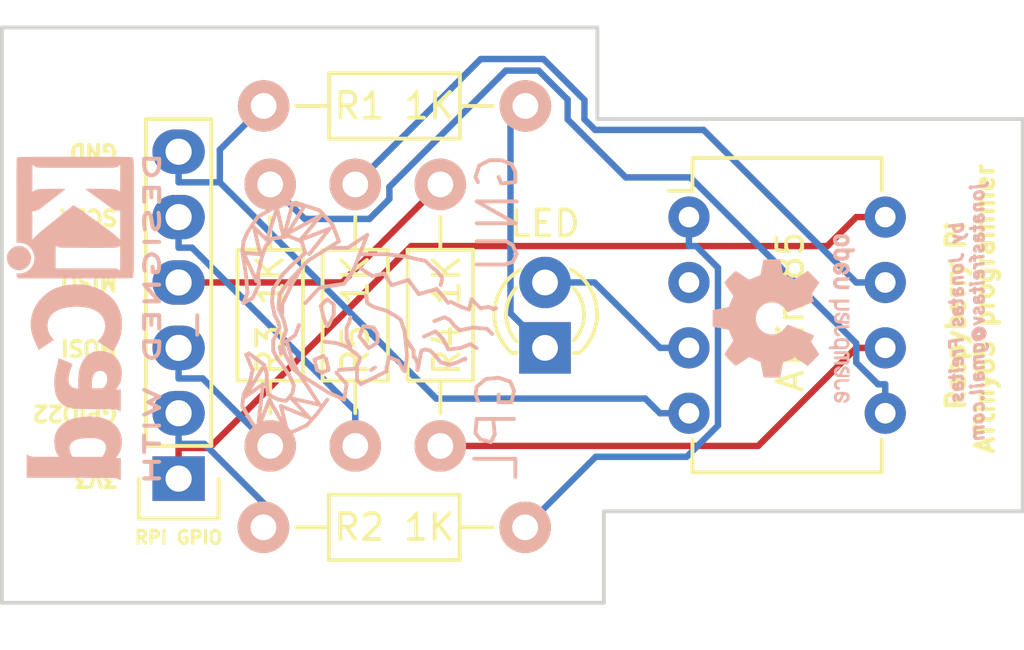
<source format=kicad_pcb>

(kicad_pcb
  (version 4)
  (host pcbnew 4.0.5)
  (general
    (links 13)
    (no_connects 0)
    (area 121.971999 93.269999 161.746001 115.772001)
    (thickness 1.6)
    (drawings 16)
    (tracks 66)
    (zones 0)
    (modules 11)
    (nets 14))
  (page A4)
  (layers
    (0 F.Cu signal)
    (31 B.Cu signal)
    (32 B.Adhes user)
    (33 F.Adhes user)
    (34 B.Paste user)
    (35 F.Paste user)
    (36 B.SilkS user)
    (37 F.SilkS user)
    (38 B.Mask user)
    (39 F.Mask user)
    (40 Dwgs.User user)
    (41 Cmts.User user)
    (42 Eco1.User user)
    (43 Eco2.User user)
    (44 Edge.Cuts user)
    (45 Margin user)
    (46 B.CrtYd user)
    (47 F.CrtYd user)
    (48 B.Fab user)
    (49 F.Fab user))
  (setup
    (last_trace_width 0.25)
    (trace_clearance 0.2)
    (zone_clearance 0.508)
    (zone_45_only no)
    (trace_min 0.2)
    (segment_width 0.2)
    (edge_width 0.15)
    (via_size 0.6)
    (via_drill 0.4)
    (via_min_size 0.4)
    (via_min_drill 0.3)
    (uvia_size 0.3)
    (uvia_drill 0.1)
    (uvias_allowed no)
    (uvia_min_size 0.2)
    (uvia_min_drill 0.1)
    (pcb_text_width 0.3)
    (pcb_text_size 1.5 1.5)
    (mod_edge_width 0.15)
    (mod_text_size 1 1)
    (mod_text_width 0.15)
    (pad_size 1.524 1.524)
    (pad_drill 0.762)
    (pad_to_mask_clearance 0.2)
    (aux_axis_origin 0 0)
    (visible_elements FFFFFF7F)
    (pcbplotparams
      (layerselection 0x00030_80000001)
      (usegerberextensions false)
      (excludeedgelayer true)
      (linewidth 0.1)
      (plotframeref false)
      (viasonmask false)
      (mode 1)
      (useauxorigin false)
      (hpglpennumber 1)
      (hpglpenspeed 20)
      (hpglpendiameter 15)
      (hpglpenoverlay 2)
      (psnegative false)
      (psa4output false)
      (plotreference true)
      (plotvalue true)
      (plotinvisibletext false)
      (padsonsilk false)
      (subtractmaskfromsilk false)
      (outputformat 1)
      (mirror false)
      (drillshape 1)
      (scaleselection 1)
      (outputdirectory "")))
  (net 0 "")
  (net 1 "Net-(ATtiny1-Pad1)")
  (net 2 "Net-(ATtiny1-Pad2)")
  (net 3 "Net-(ATtiny1-Pad3)")
  (net 4 "Net-(ATtiny1-Pad4)")
  (net 5 "Net-(ATtiny1-Pad5)")
  (net 6 "Net-(ATtiny1-Pad6)")
  (net 7 "Net-(ATtiny1-Pad7)")
  (net 8 "Net-(ATtiny1-Pad8)")
  (net 9 "Net-(D1-Pad1)")
  (net 10 "Net-(R2-Pad2)")
  (net 11 "Net-(R3-Pad1)")
  (net 12 "Net-(R4-Pad1)")
  (net 13 "Net-(R5-Pad1)")
  (net_class Default "This is the default net class."
    (clearance 0.2)
    (trace_width 0.25)
    (via_dia 0.6)
    (via_drill 0.4)
    (uvia_dia 0.3)
    (uvia_drill 0.1)
    (add_net "Net-(ATtiny1-Pad1)")
    (add_net "Net-(ATtiny1-Pad2)")
    (add_net "Net-(ATtiny1-Pad3)")
    (add_net "Net-(ATtiny1-Pad4)")
    (add_net "Net-(ATtiny1-Pad5)")
    (add_net "Net-(ATtiny1-Pad6)")
    (add_net "Net-(ATtiny1-Pad7)")
    (add_net "Net-(ATtiny1-Pad8)")
    (add_net "Net-(D1-Pad1)")
    (add_net "Net-(R2-Pad2)")
    (add_net "Net-(R3-Pad1)")
    (add_net "Net-(R4-Pad1)")
    (add_net "Net-(R5-Pad1)"))
  (module Housings_DIP:DIP-8_W7.62mm
    (layer F.Cu)
    (tedit 588C3BF1)
    (tstamp 588C2930)
    (at 148.717 100.711)
    (descr "8-lead dip package, row spacing 7.62 mm (300 mils)")
    (tags "dil dip 2.54 300")
    (path /588C15BD)
    (fp_text reference ATtiny85
      (at 3.937 3.683 90)
      (layer F.SilkS)
      (effects
        (font
          (size 1 1)
          (thickness 0.15))))
    (fp_text value ATtiny85
      (at 2.413 3.683 90)
      (layer F.Fab)
      (effects
        (font
          (size 1 1)
          (thickness 0.15))))
    (fp_line
      (start -1.05 -2.45)
      (end -1.05 10.1)
      (layer F.CrtYd)
      (width 0.05))
    (fp_line
      (start 8.65 -2.45)
      (end 8.65 10.1)
      (layer F.CrtYd)
      (width 0.05))
    (fp_line
      (start -1.05 -2.45)
      (end 8.65 -2.45)
      (layer F.CrtYd)
      (width 0.05))
    (fp_line
      (start -1.05 10.1)
      (end 8.65 10.1)
      (layer F.CrtYd)
      (width 0.05))
    (fp_line
      (start 0.135 -2.295)
      (end 0.135 -1.025)
      (layer F.SilkS)
      (width 0.15))
    (fp_line
      (start 7.485 -2.295)
      (end 7.485 -1.025)
      (layer F.SilkS)
      (width 0.15))
    (fp_line
      (start 7.485 9.915)
      (end 7.485 8.645)
      (layer F.SilkS)
      (width 0.15))
    (fp_line
      (start 0.135 9.915)
      (end 0.135 8.645)
      (layer F.SilkS)
      (width 0.15))
    (fp_line
      (start 0.135 -2.295)
      (end 7.485 -2.295)
      (layer F.SilkS)
      (width 0.15))
    (fp_line
      (start 0.135 9.915)
      (end 7.485 9.915)
      (layer F.SilkS)
      (width 0.15))
    (fp_line
      (start 0.135 -1.025)
      (end -0.8 -1.025)
      (layer F.SilkS)
      (width 0.15))
    (pad 1 thru_hole oval
      (at 0 0)
      (size 1.6 1.6)
      (drill 0.8)
      (layers *.Cu *.Mask)
      (net 1 "Net-(ATtiny1-Pad1)"))
    (pad 2 thru_hole oval
      (at 0 2.54)
      (size 1.6 1.6)
      (drill 0.8)
      (layers *.Cu *.Mask)
      (net 2 "Net-(ATtiny1-Pad2)"))
    (pad 3 thru_hole oval
      (at 0 5.08)
      (size 1.6 1.6)
      (drill 0.8)
      (layers *.Cu *.Mask)
      (net 3 "Net-(ATtiny1-Pad3)"))
    (pad 4 thru_hole oval
      (at 0 7.62)
      (size 1.6 1.6)
      (drill 0.8)
      (layers *.Cu *.Mask)
      (net 4 "Net-(ATtiny1-Pad4)"))
    (pad 5 thru_hole oval
      (at 7.62 7.62)
      (size 1.6 1.6)
      (drill 0.8)
      (layers *.Cu *.Mask)
      (net 5 "Net-(ATtiny1-Pad5)"))
    (pad 6 thru_hole oval
      (at 7.62 5.08)
      (size 1.6 1.6)
      (drill 0.8)
      (layers *.Cu *.Mask)
      (net 6 "Net-(ATtiny1-Pad6)"))
    (pad 7 thru_hole oval
      (at 7.62 2.54)
      (size 1.6 1.6)
      (drill 0.8)
      (layers *.Cu *.Mask)
      (net 7 "Net-(ATtiny1-Pad7)"))
    (pad 8 thru_hole oval
      (at 7.62 0)
      (size 1.6 1.6)
      (drill 0.8)
      (layers *.Cu *.Mask)
      (net 8 "Net-(ATtiny1-Pad8)"))
    (model Housings_DIP.3dshapes/DIP-8_W7.62mm.wrl
      (at
        (xyz 0 0 0))
      (scale
        (xyz 1 1 1))
      (rotate
        (xyz 0 0 0))))
  (module LEDs:LED-3MM
    (layer F.Cu)
    (tedit 588C360A)
    (tstamp 588C2936)
    (at 143.129 105.791 90)
    (descr "LED 3mm round vertical")
    (tags "LED  3mm round vertical")
    (path /588C103B)
    (fp_text reference LED
      (at 4.826 0 180)
      (layer F.SilkS)
      (effects
        (font
          (size 1 1)
          (thickness 0.15))))
    (fp_text value LED
      (at 1.27 0 90)
      (layer F.Fab)
      (effects
        (font
          (size 1 1)
          (thickness 0.15))))
    (fp_line
      (start -1.2 2.3)
      (end 3.8 2.3)
      (layer F.CrtYd)
      (width 0.05))
    (fp_line
      (start 3.8 2.3)
      (end 3.8 -2.2)
      (layer F.CrtYd)
      (width 0.05))
    (fp_line
      (start 3.8 -2.2)
      (end -1.2 -2.2)
      (layer F.CrtYd)
      (width 0.05))
    (fp_line
      (start -1.2 -2.2)
      (end -1.2 2.3)
      (layer F.CrtYd)
      (width 0.05))
    (fp_line
      (start -0.199 1.314)
      (end -0.199 1.114)
      (layer F.SilkS)
      (width 0.15))
    (fp_line
      (start -0.199 -1.28)
      (end -0.199 -1.1)
      (layer F.SilkS)
      (width 0.15))
    (fp_arc
      (start 1.301 0.034)
      (end -0.199 -1.286)
      (angle 108.5)
      (layer F.SilkS)
      (width 0.15))
    (fp_arc
      (start 1.301 0.034)
      (end 0.25 -1.1)
      (angle 85.7)
      (layer F.SilkS)
      (width 0.15))
    (fp_arc
      (start 1.311 0.034)
      (end 3.051 0.994)
      (angle 110)
      (layer F.SilkS)
      (width 0.15))
    (fp_arc
      (start 1.301 0.034)
      (end 2.335 1.094)
      (angle 87.5)
      (layer F.SilkS)
      (width 0.15))
    (pad 1 thru_hole rect
      (at 0 0 180)
      (size 2 2)
      (drill 1.00076)
      (layers *.Cu *.Mask)
      (net 9 "Net-(D1-Pad1)"))
    (pad 2 thru_hole circle
      (at 2.54 0 90)
      (size 2 2)
      (drill 1.00076)
      (layers *.Cu *.Mask)
      (net 3 "Net-(ATtiny1-Pad3)"))
    (model LEDs.3dshapes/LED-3MM.wrl
      (at
        (xyz 0.05 0 0))
      (scale
        (xyz 1 1 1))
      (rotate
        (xyz 0 0 90))))
  (module Resistors_THT:Resistor_Horizontal_RM10mm
    (layer F.Cu)
    (tedit 588C3598)
    (tstamp 588C293C)
    (at 142.367 96.393 180)
    (descr "Resistor, Axial,  RM 10mm, 1/3W")
    (tags "Resistor Axial RM 10mm 1/3W")
    (path /588C2133)
    (fp_text reference "R1 1K"
      (at 5.08 0 180)
      (layer F.SilkS)
      (effects
        (font
          (size 1 1)
          (thickness 0.15))))
    (fp_text value 1K
      (at 0 0 180)
      (layer F.Fab)
      (effects
        (font
          (size 1 1)
          (thickness 0.15))))
    (fp_line
      (start -1.25 -1.5)
      (end 11.4 -1.5)
      (layer F.CrtYd)
      (width 0.05))
    (fp_line
      (start -1.25 1.5)
      (end -1.25 -1.5)
      (layer F.CrtYd)
      (width 0.05))
    (fp_line
      (start 11.4 -1.5)
      (end 11.4 1.5)
      (layer F.CrtYd)
      (width 0.05))
    (fp_line
      (start -1.25 1.5)
      (end 11.4 1.5)
      (layer F.CrtYd)
      (width 0.05))
    (fp_line
      (start 2.54 -1.27)
      (end 7.62 -1.27)
      (layer F.SilkS)
      (width 0.15))
    (fp_line
      (start 7.62 -1.27)
      (end 7.62 1.27)
      (layer F.SilkS)
      (width 0.15))
    (fp_line
      (start 7.62 1.27)
      (end 2.54 1.27)
      (layer F.SilkS)
      (width 0.15))
    (fp_line
      (start 2.54 1.27)
      (end 2.54 -1.27)
      (layer F.SilkS)
      (width 0.15))
    (fp_line
      (start 2.54 0)
      (end 1.27 0)
      (layer F.SilkS)
      (width 0.15))
    (fp_line
      (start 7.62 0)
      (end 8.89 0)
      (layer F.SilkS)
      (width 0.15))
    (pad 1 thru_hole circle
      (at 0 0 180)
      (size 1.99898 1.99898)
      (drill 1.00076)
      (layers *.Cu *.SilkS *.Mask)
      (net 9 "Net-(D1-Pad1)"))
    (pad 2 thru_hole circle
      (at 10.16 0 180)
      (size 1.99898 1.99898)
      (drill 1.00076)
      (layers *.Cu *.SilkS *.Mask)
      (net 4 "Net-(ATtiny1-Pad4)"))
    (model Resistors_ThroughHole.3dshapes/Resistor_Horizontal_RM10mm.wrl
      (at
        (xyz 0.2 0 0))
      (scale
        (xyz 0.4 0.4 0.4))
      (rotate
        (xyz 0 0 0))))
  (module Resistors_THT:Resistor_Horizontal_RM10mm
    (layer F.Cu)
    (tedit 588C3565)
    (tstamp 588C2942)
    (at 142.3582 112.762 180)
    (descr "Resistor, Axial,  RM 10mm, 1/3W")
    (tags "Resistor Axial RM 10mm 1/3W")
    (path /588C0EB2)
    (fp_text reference "R2 1K"
      (at 5.08 0 180)
      (layer F.SilkS)
      (effects
        (font
          (size 1 1)
          (thickness 0.15))))
    (fp_text value 1K
      (at 0 0 180)
      (layer F.Fab)
      (effects
        (font
          (size 1 1)
          (thickness 0.15))))
    (fp_line
      (start -1.25 -1.5)
      (end 11.4 -1.5)
      (layer F.CrtYd)
      (width 0.05))
    (fp_line
      (start -1.25 1.5)
      (end -1.25 -1.5)
      (layer F.CrtYd)
      (width 0.05))
    (fp_line
      (start 11.4 -1.5)
      (end 11.4 1.5)
      (layer F.CrtYd)
      (width 0.05))
    (fp_line
      (start -1.25 1.5)
      (end 11.4 1.5)
      (layer F.CrtYd)
      (width 0.05))
    (fp_line
      (start 2.54 -1.27)
      (end 7.62 -1.27)
      (layer F.SilkS)
      (width 0.15))
    (fp_line
      (start 7.62 -1.27)
      (end 7.62 1.27)
      (layer F.SilkS)
      (width 0.15))
    (fp_line
      (start 7.62 1.27)
      (end 2.54 1.27)
      (layer F.SilkS)
      (width 0.15))
    (fp_line
      (start 2.54 1.27)
      (end 2.54 -1.27)
      (layer F.SilkS)
      (width 0.15))
    (fp_line
      (start 2.54 0)
      (end 1.27 0)
      (layer F.SilkS)
      (width 0.15))
    (fp_line
      (start 7.62 0)
      (end 8.89 0)
      (layer F.SilkS)
      (width 0.15))
    (pad 1 thru_hole circle
      (at 0 0 180)
      (size 1.99898 1.99898)
      (drill 1.00076)
      (layers *.Cu *.SilkS *.Mask)
      (net 1 "Net-(ATtiny1-Pad1)"))
    (pad 2 thru_hole circle
      (at 10.16 0 180)
      (size 1.99898 1.99898)
      (drill 1.00076)
      (layers *.Cu *.SilkS *.Mask)
      (net 10 "Net-(R2-Pad2)"))
    (model Resistors_ThroughHole.3dshapes/Resistor_Horizontal_RM10mm.wrl
      (at
        (xyz 0.2 0 0))
      (scale
        (xyz 0.4 0.4 0.4))
      (rotate
        (xyz 0 0 0))))
  (module Resistors_THT:Resistor_Horizontal_RM10mm
    (layer F.Cu)
    (tedit 588C3AAD)
    (tstamp 588C2948)
    (at 132.461 109.601 90)
    (descr "Resistor, Axial,  RM 10mm, 1/3W")
    (tags "Resistor Axial RM 10mm 1/3W")
    (path /588C21EF)
    (fp_text reference "R3 1K"
      (at 5.08 0 90)
      (layer F.SilkS)
      (effects
        (font
          (size 1 1)
          (thickness 0.15))))
    (fp_text value 1K
      (at 0.254 0 90)
      (layer F.Fab)
      (effects
        (font
          (size 1 1)
          (thickness 0.15))))
    (fp_line
      (start -1.25 -1.5)
      (end 11.4 -1.5)
      (layer F.CrtYd)
      (width 0.05))
    (fp_line
      (start -1.25 1.5)
      (end -1.25 -1.5)
      (layer F.CrtYd)
      (width 0.05))
    (fp_line
      (start 11.4 -1.5)
      (end 11.4 1.5)
      (layer F.CrtYd)
      (width 0.05))
    (fp_line
      (start -1.25 1.5)
      (end 11.4 1.5)
      (layer F.CrtYd)
      (width 0.05))
    (fp_line
      (start 2.54 -1.27)
      (end 7.62 -1.27)
      (layer F.SilkS)
      (width 0.15))
    (fp_line
      (start 7.62 -1.27)
      (end 7.62 1.27)
      (layer F.SilkS)
      (width 0.15))
    (fp_line
      (start 7.62 1.27)
      (end 2.54 1.27)
      (layer F.SilkS)
      (width 0.15))
    (fp_line
      (start 2.54 1.27)
      (end 2.54 -1.27)
      (layer F.SilkS)
      (width 0.15))
    (fp_line
      (start 2.54 0)
      (end 1.27 0)
      (layer F.SilkS)
      (width 0.15))
    (fp_line
      (start 7.62 0)
      (end 8.89 0)
      (layer F.SilkS)
      (width 0.15))
    (pad 1 thru_hole circle
      (at 0 0 90)
      (size 1.99898 1.99898)
      (drill 1.00076)
      (layers *.Cu *.SilkS *.Mask)
      (net 11 "Net-(R3-Pad1)"))
    (pad 2 thru_hole circle
      (at 10.16 0 90)
      (size 1.99898 1.99898)
      (drill 1.00076)
      (layers *.Cu *.SilkS *.Mask)
      (net 5 "Net-(ATtiny1-Pad5)"))
    (model Resistors_ThroughHole.3dshapes/Resistor_Horizontal_RM10mm.wrl
      (at
        (xyz 0.2 0 0))
      (scale
        (xyz 0.4 0.4 0.4))
      (rotate
        (xyz 0 0 0))))
  (module Resistors_THT:Resistor_Horizontal_RM10mm
    (layer F.Cu)
    (tedit 588C3586)
    (tstamp 588C294E)
    (at 139.065 99.441 270)
    (descr "Resistor, Axial,  RM 10mm, 1/3W")
    (tags "Resistor Axial RM 10mm 1/3W")
    (path /588C24A3)
    (fp_text reference "R4 1K"
      (at 5.08 -0.254 270)
      (layer F.SilkS)
      (effects
        (font
          (size 1 1)
          (thickness 0.15))))
    (fp_text value 1K
      (at 0 0 270)
      (layer F.Fab)
      (effects
        (font
          (size 1 1)
          (thickness 0.15))))
    (fp_line
      (start -1.25 -1.5)
      (end 11.4 -1.5)
      (layer F.CrtYd)
      (width 0.05))
    (fp_line
      (start -1.25 1.5)
      (end -1.25 -1.5)
      (layer F.CrtYd)
      (width 0.05))
    (fp_line
      (start 11.4 -1.5)
      (end 11.4 1.5)
      (layer F.CrtYd)
      (width 0.05))
    (fp_line
      (start -1.25 1.5)
      (end 11.4 1.5)
      (layer F.CrtYd)
      (width 0.05))
    (fp_line
      (start 2.54 -1.27)
      (end 7.62 -1.27)
      (layer F.SilkS)
      (width 0.15))
    (fp_line
      (start 7.62 -1.27)
      (end 7.62 1.27)
      (layer F.SilkS)
      (width 0.15))
    (fp_line
      (start 7.62 1.27)
      (end 2.54 1.27)
      (layer F.SilkS)
      (width 0.15))
    (fp_line
      (start 2.54 1.27)
      (end 2.54 -1.27)
      (layer F.SilkS)
      (width 0.15))
    (fp_line
      (start 2.54 0)
      (end 1.27 0)
      (layer F.SilkS)
      (width 0.15))
    (fp_line
      (start 7.62 0)
      (end 8.89 0)
      (layer F.SilkS)
      (width 0.15))
    (pad 1 thru_hole circle
      (at 0 0 270)
      (size 1.99898 1.99898)
      (drill 1.00076)
      (layers *.Cu *.SilkS *.Mask)
      (net 12 "Net-(R4-Pad1)"))
    (pad 2 thru_hole circle
      (at 10.16 0 270)
      (size 1.99898 1.99898)
      (drill 1.00076)
      (layers *.Cu *.SilkS *.Mask)
      (net 6 "Net-(ATtiny1-Pad6)"))
    (model Resistors_ThroughHole.3dshapes/Resistor_Horizontal_RM10mm.wrl
      (at
        (xyz 0.2 0 0))
      (scale
        (xyz 0.4 0.4 0.4))
      (rotate
        (xyz 0 0 0))))
  (module Resistors_THT:Resistor_Horizontal_RM10mm
    (layer F.Cu)
    (tedit 588C3A9F)
    (tstamp 588C2954)
    (at 135.763 109.601 90)
    (descr "Resistor, Axial,  RM 10mm, 1/3W")
    (tags "Resistor Axial RM 10mm 1/3W")
    (path /588C254E)
    (fp_text reference "R5 1K"
      (at 5.08 0 90)
      (layer F.SilkS)
      (effects
        (font
          (size 1 1)
          (thickness 0.15))))
    (fp_text value 1K
      (at 0 0 90)
      (layer F.Fab)
      (effects
        (font
          (size 1 1)
          (thickness 0.15))))
    (fp_line
      (start -1.25 -1.5)
      (end 11.4 -1.5)
      (layer F.CrtYd)
      (width 0.05))
    (fp_line
      (start -1.25 1.5)
      (end -1.25 -1.5)
      (layer F.CrtYd)
      (width 0.05))
    (fp_line
      (start 11.4 -1.5)
      (end 11.4 1.5)
      (layer F.CrtYd)
      (width 0.05))
    (fp_line
      (start -1.25 1.5)
      (end 11.4 1.5)
      (layer F.CrtYd)
      (width 0.05))
    (fp_line
      (start 2.54 -1.27)
      (end 7.62 -1.27)
      (layer F.SilkS)
      (width 0.15))
    (fp_line
      (start 7.62 -1.27)
      (end 7.62 1.27)
      (layer F.SilkS)
      (width 0.15))
    (fp_line
      (start 7.62 1.27)
      (end 2.54 1.27)
      (layer F.SilkS)
      (width 0.15))
    (fp_line
      (start 2.54 1.27)
      (end 2.54 -1.27)
      (layer F.SilkS)
      (width 0.15))
    (fp_line
      (start 2.54 0)
      (end 1.27 0)
      (layer F.SilkS)
      (width 0.15))
    (fp_line
      (start 7.62 0)
      (end 8.89 0)
      (layer F.SilkS)
      (width 0.15))
    (pad 1 thru_hole circle
      (at 0 0 90)
      (size 1.99898 1.99898)
      (drill 1.00076)
      (layers *.Cu *.SilkS *.Mask)
      (net 13 "Net-(R5-Pad1)"))
    (pad 2 thru_hole circle
      (at 10.16 0 90)
      (size 1.99898 1.99898)
      (drill 1.00076)
      (layers *.Cu *.SilkS *.Mask)
      (net 7 "Net-(ATtiny1-Pad7)"))
    (model Resistors_ThroughHole.3dshapes/Resistor_Horizontal_RM10mm.wrl
      (at
        (xyz 0.2 0 0))
      (scale
        (xyz 0.4 0.4 0.4))
      (rotate
        (xyz 0 0 0))))
  (module Socket_Strips:Socket_Strip_Straight_1x06
    (layer F.Cu)
    (tedit 588C354F)
    (tstamp 588C295E)
    (at 128.905 110.871 90)
    (descr "Through hole socket strip")
    (tags "socket strip")
    (path /588C1830)
    (fp_text reference "RPi GPIO"
      (at -2.286 0 180)
      (layer F.SilkS)
      (effects
        (font
          (size 0.5 0.5)
          (thickness 0.125))))
    (fp_text value RPi_GPIO_SPI
      (at 7.366 0 90)
      (layer F.Fab)
      (effects
        (font
          (size 1 1)
          (thickness 0.15))))
    (fp_line
      (start -1.75 -1.75)
      (end -1.75 1.75)
      (layer F.CrtYd)
      (width 0.05))
    (fp_line
      (start 14.45 -1.75)
      (end 14.45 1.75)
      (layer F.CrtYd)
      (width 0.05))
    (fp_line
      (start -1.75 -1.75)
      (end 14.45 -1.75)
      (layer F.CrtYd)
      (width 0.05))
    (fp_line
      (start -1.75 1.75)
      (end 14.45 1.75)
      (layer F.CrtYd)
      (width 0.05))
    (fp_line
      (start 1.27 1.27)
      (end 13.97 1.27)
      (layer F.SilkS)
      (width 0.15))
    (fp_line
      (start 13.97 1.27)
      (end 13.97 -1.27)
      (layer F.SilkS)
      (width 0.15))
    (fp_line
      (start 13.97 -1.27)
      (end 1.27 -1.27)
      (layer F.SilkS)
      (width 0.15))
    (fp_line
      (start -1.55 1.55)
      (end 0 1.55)
      (layer F.SilkS)
      (width 0.15))
    (fp_line
      (start 1.27 1.27)
      (end 1.27 -1.27)
      (layer F.SilkS)
      (width 0.15))
    (fp_line
      (start 0 -1.55)
      (end -1.55 -1.55)
      (layer F.SilkS)
      (width 0.15))
    (fp_line
      (start -1.55 -1.55)
      (end -1.55 1.55)
      (layer F.SilkS)
      (width 0.15))
    (pad 1 thru_hole rect
      (at 0 0 90)
      (size 1.7272 2.032)
      (drill 1.016)
      (layers *.Cu *.Mask)
      (net 8 "Net-(ATtiny1-Pad8)"))
    (pad 2 thru_hole oval
      (at 2.54 0 90)
      (size 1.7272 2.032)
      (drill 1.016)
      (layers *.Cu *.Mask)
      (net 10 "Net-(R2-Pad2)"))
    (pad 3 thru_hole oval
      (at 5.08 0 90)
      (size 1.7272 2.032)
      (drill 1.016)
      (layers *.Cu *.Mask)
      (net 11 "Net-(R3-Pad1)"))
    (pad 4 thru_hole oval
      (at 7.62 0 90)
      (size 1.7272 2.032)
      (drill 1.016)
      (layers *.Cu *.Mask)
      (net 12 "Net-(R4-Pad1)"))
    (pad 5 thru_hole oval
      (at 10.16 0 90)
      (size 1.7272 2.032)
      (drill 1.016)
      (layers *.Cu *.Mask)
      (net 13 "Net-(R5-Pad1)"))
    (pad 6 thru_hole oval
      (at 12.7 0 90)
      (size 1.7272 2.032)
      (drill 1.016)
      (layers *.Cu *.Mask)
      (net 4 "Net-(ATtiny1-Pad4)"))
    (model Socket_Strips.3dshapes/Socket_Strip_Straight_1x06.wrl
      (at
        (xyz 0.25 0 0))
      (scale
        (xyz 1 1 1))
      (rotate
        (xyz 0 0 180))))
  (module Symbols:Symbol_GNU-Logo_SilkscreenTop
    (layer B.Cu)
    (tedit 588C3DBA)
    (tstamp 589F6529)
    (at 135.128 104.902 270)
    (descr "GNU-Logo, GNU-Head, GNU-Kopf, Silkscreen,")
    (tags "GNU-Logo, GNU-Head, GNU-Kopf, Silkscreen,")
    (fp_text reference _
      (at 0 6.05028 270)
      (layer B.SilkS)
      (effects
        (font
          (size 1 1)
          (thickness 0.15))
        (justify mirror)))
    (fp_text value Symbol_GNU-Logo_SilkscreenTop
      (at 0 -9.14908 270)
      (layer B.Fab)
      (effects
        (font
          (size 1 1)
          (thickness 0.15))
        (justify mirror)))
    (fp_line
      (start 5.19938 -5.25018)
      (end 5.19938 -6.85038)
      (layer B.SilkS)
      (width 0.15))
    (fp_line
      (start 5.19938 -6.85038)
      (end 5.90042 -6.85038)
      (layer B.SilkS)
      (width 0.15))
    (fp_line
      (start 3.64998 -6.79958)
      (end 3.64998 -5.34924)
      (layer B.SilkS)
      (width 0.15))
    (fp_line
      (start 3.64998 -5.34924)
      (end 4.20116 -5.30098)
      (layer B.SilkS)
      (width 0.15))
    (fp_line
      (start 4.20116 -5.30098)
      (end 4.45008 -5.4991)
      (layer B.SilkS)
      (width 0.15))
    (fp_line
      (start 4.45008 -5.4991)
      (end 4.54914 -5.90042)
      (layer B.SilkS)
      (width 0.15))
    (fp_line
      (start 4.54914 -5.90042)
      (end 4.24942 -6.05028)
      (layer B.SilkS)
      (width 0.15))
    (fp_line
      (start 4.24942 -6.05028)
      (end 3.74904 -5.99948)
      (layer B.SilkS)
      (width 0.15))
    (fp_line
      (start 2.94894 -5.40004)
      (end 2.70002 -5.30098)
      (layer B.SilkS)
      (width 0.15))
    (fp_line
      (start 2.70002 -5.30098)
      (end 2.4003 -5.34924)
      (layer B.SilkS)
      (width 0.15))
    (fp_line
      (start 2.4003 -5.34924)
      (end 2.10058 -5.69976)
      (layer B.SilkS)
      (width 0.15))
    (fp_line
      (start 2.10058 -5.69976)
      (end 2.04978 -6.20014)
      (layer B.SilkS)
      (width 0.15))
    (fp_line
      (start 2.04978 -6.20014)
      (end 2.19964 -6.64972)
      (layer B.SilkS)
      (width 0.15))
    (fp_line
      (start 2.19964 -6.64972)
      (end 2.55016 -6.79958)
      (layer B.SilkS)
      (width 0.15))
    (fp_line
      (start 2.55016 -6.79958)
      (end 2.99974 -6.70052)
      (layer B.SilkS)
      (width 0.15))
    (fp_line
      (start 2.99974 -6.70052)
      (end 2.99974 -6.20014)
      (layer B.SilkS)
      (width 0.15))
    (fp_line
      (start 2.99974 -6.20014)
      (end 2.70002 -6.20014)
      (layer B.SilkS)
      (width 0.15))
    (fp_line
      (start -3.2512 -5.34924)
      (end -3.2512 -6.49986)
      (layer B.SilkS)
      (width 0.15))
    (fp_line
      (start -3.2512 -6.49986)
      (end -3.0988 -6.74878)
      (layer B.SilkS)
      (width 0.15))
    (fp_line
      (start -3.0988 -6.74878)
      (end -2.75082 -6.90118)
      (layer B.SilkS)
      (width 0.15))
    (fp_line
      (start -2.75082 -6.90118)
      (end -2.4511 -6.74878)
      (layer B.SilkS)
      (width 0.15))
    (fp_line
      (start -2.4511 -6.74878)
      (end -2.3495 -6.44906)
      (layer B.SilkS)
      (width 0.15))
    (fp_line
      (start -2.3495 -6.44906)
      (end -2.3495 -5.34924)
      (layer B.SilkS)
      (width 0.15))
    (fp_line
      (start -4.8006 -6.90118)
      (end -4.8006 -5.34924)
      (layer B.SilkS)
      (width 0.15))
    (fp_line
      (start -4.8006 -5.34924)
      (end -3.9497 -6.85038)
      (layer B.SilkS)
      (width 0.15))
    (fp_line
      (start -3.9497 -6.85038)
      (end -3.9497 -5.34924)
      (layer B.SilkS)
      (width 0.15))
    (fp_line
      (start -5.5499 -5.40004)
      (end -5.75056 -5.30098)
      (layer B.SilkS)
      (width 0.15))
    (fp_line
      (start -5.75056 -5.30098)
      (end -6.20014 -5.45084)
      (layer B.SilkS)
      (width 0.15))
    (fp_line
      (start -6.20014 -5.45084)
      (end -6.4008 -5.84962)
      (layer B.SilkS)
      (width 0.15))
    (fp_line
      (start -6.4008 -5.84962)
      (end -6.4008 -6.2992)
      (layer B.SilkS)
      (width 0.15))
    (fp_line
      (start -6.4008 -6.2992)
      (end -6.25094 -6.70052)
      (layer B.SilkS)
      (width 0.15))
    (fp_line
      (start -6.25094 -6.70052)
      (end -5.95122 -6.85038)
      (layer B.SilkS)
      (width 0.15))
    (fp_line
      (start -5.95122 -6.85038)
      (end -5.5499 -6.85038)
      (layer B.SilkS)
      (width 0.15))
    (fp_line
      (start -5.5499 -6.85038)
      (end -5.4991 -6.2992)
      (layer B.SilkS)
      (width 0.15))
    (fp_line
      (start -5.4991 -6.2992)
      (end -5.75056 -6.20014)
      (layer B.SilkS)
      (width 0.15))
    (fp_line
      (start -2.75082 1.15062)
      (end -3.74904 0.35052)
      (layer B.SilkS)
      (width 0.15))
    (fp_line
      (start -3.74904 0.35052)
      (end -3.29946 1.50114)
      (layer B.SilkS)
      (width 0.15))
    (fp_line
      (start -3.29946 1.50114)
      (end -4.24942 0.70104)
      (layer B.SilkS)
      (width 0.15))
    (fp_line
      (start -4.24942 0.70104)
      (end -3.55092 1.99898)
      (layer B.SilkS)
      (width 0.15))
    (fp_line
      (start -3.55092 1.99898)
      (end -4.59994 1.34874)
      (layer B.SilkS)
      (width 0.15))
    (fp_line
      (start -4.59994 1.34874)
      (end -4.699 1.80086)
      (layer B.SilkS)
      (width 0.15))
    (fp_line
      (start -4.699 1.80086)
      (end -3.40106 2.14884)
      (layer B.SilkS)
      (width 0.15))
    (fp_line
      (start -3.40106 2.14884)
      (end -4.54914 2.4003)
      (layer B.SilkS)
      (width 0.15))
    (fp_line
      (start -4.54914 2.4003)
      (end -3.29946 2.79908)
      (layer B.SilkS)
      (width 0.15))
    (fp_line
      (start -3.29946 2.79908)
      (end -3.79984 3.29946)
      (layer B.SilkS)
      (width 0.15))
    (fp_line
      (start -3.79984 3.29946)
      (end -2.75082 3.05054)
      (layer B.SilkS)
      (width 0.15))
    (fp_line
      (start -2.75082 3.05054)
      (end -2.79908 3.70078)
      (layer B.SilkS)
      (width 0.15))
    (fp_line
      (start -2.79908 3.70078)
      (end -1.69926 3.2004)
      (layer B.SilkS)
      (width 0.15))
    (fp_line
      (start 0.7493 1.99898)
      (end 1.39954 1.80086)
      (layer B.SilkS)
      (width 0.15))
    (fp_line
      (start 1.39954 1.80086)
      (end 1.80086 1.6002)
      (layer B.SilkS)
      (width 0.15))
    (fp_line
      (start 1.80086 1.6002)
      (end 3.0988 0.7493)
      (layer B.SilkS)
      (width 0.15))
    (fp_line
      (start 3.0988 0.7493)
      (end 2.84988 1.84912)
      (layer B.SilkS)
      (width 0.15))
    (fp_line
      (start 2.84988 1.84912)
      (end 3.59918 1.15062)
      (layer B.SilkS)
      (width 0.15))
    (fp_line
      (start 3.59918 1.15062)
      (end 3.1496 2.25044)
      (layer B.SilkS)
      (width 0.15))
    (fp_line
      (start 3.1496 2.25044)
      (end 4.15036 1.99898)
      (layer B.SilkS)
      (width 0.15))
    (fp_line
      (start 4.15036 1.99898)
      (end 2.90068 2.70002)
      (layer B.SilkS)
      (width 0.15))
    (fp_line
      (start 2.90068 2.70002)
      (end 4.04876 3.1496)
      (layer B.SilkS)
      (width 0.15))
    (fp_line
      (start 4.04876 3.1496)
      (end 2.30124 2.94894)
      (layer B.SilkS)
      (width 0.15))
    (fp_line
      (start 2.30124 2.94894)
      (end 2.79908 3.64998)
      (layer B.SilkS)
      (width 0.15))
    (fp_line
      (start 2.79908 3.64998)
      (end 1.651 2.94894)
      (layer B.SilkS)
      (width 0.15))
    (fp_line
      (start 0.8509 2.30124)
      (end 1.09982 2.25044)
      (layer B.SilkS)
      (width 0.15))
    (fp_line
      (start -2.04978 1.5494)
      (end -1.5494 1.84912)
      (layer B.SilkS)
      (width 0.15))
    (fp_line
      (start -1.5494 1.84912)
      (end -0.8001 2.19964)
      (layer B.SilkS)
      (width 0.15))
    (fp_line
      (start -0.8001 2.19964)
      (end -0.44958 2.19964)
      (layer B.SilkS)
      (width 0.15))
    (fp_line
      (start -1.84912 -4.0005)
      (end -2.10058 -3.79984)
      (layer B.SilkS)
      (width 0.15))
    (fp_line
      (start -2.10058 -3.79984)
      (end -2.25044 -3.59918)
      (layer B.SilkS)
      (width 0.15))
    (fp_line
      (start -2.25044 -3.59918)
      (end -2.49936 -3.35026)
      (layer B.SilkS)
      (width 0.15))
    (fp_line
      (start -2.49936 -3.35026)
      (end -2.55016 -3.05054)
      (layer B.SilkS)
      (width 0.15))
    (fp_line
      (start -2.55016 -3.05054)
      (end -2.64922 -2.64922)
      (layer B.SilkS)
      (width 0.15))
    (fp_line
      (start -2.64922 -2.64922)
      (end -2.70002 -2.25044)
      (layer B.SilkS)
      (width 0.15))
    (fp_line
      (start -2.70002 -2.25044)
      (end -2.75082 -1.84912)
      (layer B.SilkS)
      (width 0.15))
    (fp_line
      (start -2.75082 -1.84912)
      (end -2.75082 -1.34874)
      (layer B.SilkS)
      (width 0.15))
    (fp_line
      (start -2.75082 -1.34874)
      (end -2.75082 -0.8509)
      (layer B.SilkS)
      (width 0.15))
    (fp_line
      (start -1.75006 -4.0005)
      (end -1.5494 -3.9497)
      (layer B.SilkS)
      (width 0.15))
    (fp_line
      (start -2.19964 -0.8509)
      (end -1.89992 -1.30048)
      (layer B.SilkS)
      (width 0.15))
    (fp_line
      (start -1.89992 -1.30048)
      (end -1.99898 -1.75006)
      (layer B.SilkS)
      (width 0.15))
    (fp_line
      (start -1.99898 -1.75006)
      (end -1.5494 -2.04978)
      (layer B.SilkS)
      (width 0.15))
    (fp_line
      (start -1.5494 -2.04978)
      (end -1.75006 -2.70002)
      (layer B.SilkS)
      (width 0.15))
    (fp_line
      (start -1.75006 -2.70002)
      (end -1.19888 -3.0988)
      (layer B.SilkS)
      (width 0.15))
    (fp_line
      (start -1.19888 -3.0988)
      (end -1.39954 -3.79984)
      (layer B.SilkS)
      (width 0.15))
    (fp_line
      (start -1.39954 -3.79984)
      (end -0.8509 -4.24942)
      (layer B.SilkS)
      (width 0.15))
    (fp_line
      (start -0.59944 -5.99948)
      (end -0.65024 -6.10108)
      (layer B.SilkS)
      (width 0.15))
    (fp_line
      (start -0.89916 -4.35102)
      (end -0.70104 -4.7498)
      (layer B.SilkS)
      (width 0.15))
    (fp_line
      (start -0.70104 -4.7498)
      (end -0.59944 -5.04952)
      (layer B.SilkS)
      (width 0.15))
    (fp_line
      (start -0.59944 -5.04952)
      (end -1.00076 -5.15112)
      (layer B.SilkS)
      (width 0.15))
    (fp_line
      (start -1.00076 -5.15112)
      (end -0.65024 -5.4991)
      (layer B.SilkS)
      (width 0.15))
    (fp_line
      (start -0.65024 -5.4991)
      (end -0.70104 -5.79882)
      (layer B.SilkS)
      (width 0.15))
    (fp_line
      (start -0.70104 -5.79882)
      (end -0.65024 -5.95122)
      (layer B.SilkS)
      (width 0.15))
    (fp_line
      (start -0.14986 -3.70078)
      (end -0.29972 -4.09956)
      (layer B.SilkS)
      (width 0.15))
    (fp_line
      (start -0.29972 -4.09956)
      (end -0.20066 -4.30022)
      (layer B.SilkS)
      (width 0.15))
    (fp_line
      (start -0.20066 -4.30022)
      (end 0.0508 -4.50088)
      (layer B.SilkS)
      (width 0.15))
    (fp_line
      (start 0.0508 -4.50088)
      (end 0.20066 -4.699)
      (layer B.SilkS)
      (width 0.15))
    (fp_line
      (start 0.20066 -4.699)
      (end 0.14986 -5.00126)
      (layer B.SilkS)
      (width 0.15))
    (fp_line
      (start 0.14986 -5.00126)
      (end 0.09906 -5.19938)
      (layer B.SilkS)
      (width 0.15))
    (fp_line
      (start 0.09906 -5.19938)
      (end 0.14986 -5.75056)
      (layer B.SilkS)
      (width 0.15))
    (fp_line
      (start 0.14986 -5.75056)
      (end 0.35052 -5.95122)
      (layer B.SilkS)
      (width 0.15))
    (fp_line
      (start 0.44958 -3.29946)
      (end 0.24892 -3.74904)
      (layer B.SilkS)
      (width 0.15))
    (fp_line
      (start 0.24892 -3.74904)
      (end 0.55118 -4.04876)
      (layer B.SilkS)
      (width 0.15))
    (fp_line
      (start 0.55118 -4.04876)
      (end 0.94996 -4.24942)
      (layer B.SilkS)
      (width 0.15))
    (fp_line
      (start 0.94996 -4.24942)
      (end 0.89916 -4.699)
      (layer B.SilkS)
      (width 0.15))
    (fp_line
      (start 0.89916 -4.699)
      (end 0.7493 -5.10032)
      (layer B.SilkS)
      (width 0.15))
    (fp_line
      (start 0.7493 -5.10032)
      (end 0.89916 -5.34924)
      (layer B.SilkS)
      (width 0.15))
    (fp_line
      (start 1.30048 -4.89966)
      (end 1.34874 -4.89966)
      (layer B.SilkS)
      (width 0.15))
    (fp_line
      (start 1.24968 -2.94894)
      (end 1.50114 -3.05054)
      (layer B.SilkS)
      (width 0.15))
    (fp_line
      (start 1.50114 -3.05054)
      (end 1.75006 -3.05054)
      (layer B.SilkS)
      (width 0.15))
    (fp_line
      (start 1.75006 -3.05054)
      (end 1.5494 -3.0988)
      (layer B.SilkS)
      (width 0.15))
    (fp_line
      (start 1.5494 -3.0988)
      (end 1.00076 -3.2004)
      (layer B.SilkS)
      (width 0.15))
    (fp_line
      (start 1.00076 -3.2004)
      (end 0.94996 -3.35026)
      (layer B.SilkS)
      (width 0.15))
    (fp_line
      (start 0.94996 -3.35026)
      (end 1.00076 -3.55092)
      (layer B.SilkS)
      (width 0.15))
    (fp_line
      (start 1.00076 -3.55092)
      (end 1.19888 -3.74904)
      (layer B.SilkS)
      (width 0.15))
    (fp_line
      (start 1.19888 -3.74904)
      (end 1.45034 -3.9497)
      (layer B.SilkS)
      (width 0.15))
    (fp_line
      (start 1.45034 -3.9497)
      (end 1.5494 -4.30022)
      (layer B.SilkS)
      (width 0.15))
    (fp_line
      (start 1.5494 -4.30022)
      (end 1.45034 -4.59994)
      (layer B.SilkS)
      (width 0.15))
    (fp_line
      (start 1.45034 -4.59994)
      (end 1.30048 -4.89966)
      (layer B.SilkS)
      (width 0.15))
    (fp_line
      (start 0.59944 -2.64922)
      (end 1.00076 -2.90068)
      (layer B.SilkS)
      (width 0.15))
    (fp_line
      (start 1.00076 -2.90068)
      (end 1.24968 -2.90068)
      (layer B.SilkS)
      (width 0.15))
    (fp_line
      (start 1.80086 -2.55016)
      (end 1.19888 -2.64922)
      (layer B.SilkS)
      (width 0.15))
    (fp_line
      (start 1.19888 -2.64922)
      (end 0.7493 -2.60096)
      (layer B.SilkS)
      (width 0.15))
    (fp_line
      (start 0.7493 -2.60096)
      (end 0.24892 -2.55016)
      (layer B.SilkS)
      (width 0.15))
    (fp_line
      (start 0.24892 -2.55016)
      (end -0.20066 -2.4003)
      (layer B.SilkS)
      (width 0.15))
    (fp_line
      (start -0.20066 -2.4003)
      (end -0.35052 -2.19964)
      (layer B.SilkS)
      (width 0.15))
    (fp_line
      (start -0.35052 -2.19964)
      (end -0.55118 -1.84912)
      (layer B.SilkS)
      (width 0.15))
    (fp_line
      (start -0.55118 -1.84912)
      (end -0.70104 -1.34874)
      (layer B.SilkS)
      (width 0.15))
    (fp_line
      (start -0.70104 -1.34874)
      (end -0.8509 -1.09982)
      (layer B.SilkS)
      (width 0.15))
    (fp_line
      (start -0.8509 -1.09982)
      (end -1.15062 -1.04902)
      (layer B.SilkS)
      (width 0.15))
    (fp_line
      (start 1.80086 -1.84912)
      (end 1.651 -1.84912)
      (layer B.SilkS)
      (width 0.15))
    (fp_line
      (start 1.651 -1.84912)
      (end 1.24968 -1.95072)
      (layer B.SilkS)
      (width 0.15))
    (fp_line
      (start 1.24968 -1.95072)
      (end 1.39954 -2.30124)
      (layer B.SilkS)
      (width 0.15))
    (fp_line
      (start 1.39954 -2.30124)
      (end 1.75006 -2.49936)
      (layer B.SilkS)
      (width 0.15))
    (fp_line
      (start 1.75006 0)
      (end 1.69926 -0.65024)
      (layer B.SilkS)
      (width 0.15))
    (fp_line
      (start 1.00076 -0.50038)
      (end 1.09982 -0.65024)
      (layer B.SilkS)
      (width 0.15))
    (fp_line
      (start 1.09982 -0.65024)
      (end 1.24968 -0.8001)
      (layer B.SilkS)
      (width 0.15))
    (fp_line
      (start 1.24968 -0.8001)
      (end 1.39954 -0.8001)
      (layer B.SilkS)
      (width 0.15))
    (fp_line
      (start 1.39954 -0.8001)
      (end 1.6002 -0.70104)
      (layer B.SilkS)
      (width 0.15))
    (fp_line
      (start 1.6002 -0.70104)
      (end 1.80086 -0.70104)
      (layer B.SilkS)
      (width 0.15))
    (fp_line
      (start 0.8509 -0.44958)
      (end 0.55118 -0.29972)
      (layer B.SilkS)
      (width 0.15))
    (fp_line
      (start 0.55118 -0.29972)
      (end 0.24892 -0.29972)
      (layer B.SilkS)
      (width 0.15))
    (fp_line
      (start 0.24892 -0.29972)
      (end 0.09906 -0.29972)
      (layer B.SilkS)
      (width 0.15))
    (fp_line
      (start 0.09906 -0.29972)
      (end -0.09906 -0.39878)
      (layer B.SilkS)
      (width 0.15))
    (fp_line
      (start -0.09906 -0.39878)
      (end -0.29972 -0.44958)
      (layer B.SilkS)
      (width 0.15))
    (fp_line
      (start 0.65024 0.55118)
      (end 0.70104 0.09906)
      (layer B.SilkS)
      (width 0.15))
    (fp_line
      (start 0.70104 0.09906)
      (end 0.8509 -0.29972)
      (layer B.SilkS)
      (width 0.15))
    (fp_line
      (start 0.8509 -0.29972)
      (end 0.94996 -0.44958)
      (layer B.SilkS)
      (width 0.15))
    (fp_line
      (start 1.75006 -1.24968)
      (end 1.651 -1.39954)
      (layer B.SilkS)
      (width 0.15))
    (fp_line
      (start 0.89916 -1.15062)
      (end 0.44958 -0.8001)
      (layer B.SilkS)
      (width 0.15))
    (fp_line
      (start 0.44958 -0.8001)
      (end 0.0508 -0.94996)
      (layer B.SilkS)
      (width 0.15))
    (fp_line
      (start 0.0508 -0.94996)
      (end 0.09906 -1.34874)
      (layer B.SilkS)
      (width 0.15))
    (fp_line
      (start 0.09906 -1.34874)
      (end 0.35052 -1.50114)
      (layer B.SilkS)
      (width 0.15))
    (fp_line
      (start 0.35052 -1.50114)
      (end 0.65024 -1.50114)
      (layer B.SilkS)
      (width 0.15))
    (fp_line
      (start 0.65024 -1.50114)
      (end 0.7493 -1.39954)
      (layer B.SilkS)
      (width 0.15))
    (fp_line
      (start 0.7493 -1.39954)
      (end 0.89916 -1.15062)
      (layer B.SilkS)
      (width 0.15))
    (fp_line
      (start 1.19888 0.59944)
      (end 1.34874 0.94996)
      (layer B.SilkS)
      (width 0.15))
    (fp_line
      (start 1.34874 0.94996)
      (end 1.75006 0.8509)
      (layer B.SilkS)
      (width 0.15))
    (fp_line
      (start 1.75006 0.8509)
      (end 1.84912 0.65024)
      (layer B.SilkS)
      (width 0.15))
    (fp_line
      (start 1.84912 0.65024)
      (end 1.75006 0.39878)
      (layer B.SilkS)
      (width 0.15))
    (fp_line
      (start 1.75006 0.39878)
      (end 1.30048 0.50038)
      (layer B.SilkS)
      (width 0.15))
    (fp_line
      (start 0.0508 0.44958)
      (end -0.29972 0.59944)
      (layer B.SilkS)
      (width 0.15))
    (fp_line
      (start -0.29972 0.59944)
      (end -0.7493 0.70104)
      (layer B.SilkS)
      (width 0.15))
    (fp_line
      (start -0.7493 0.70104)
      (end -1.00076 0.44958)
      (layer B.SilkS)
      (width 0.15))
    (fp_line
      (start -1.00076 0.44958)
      (end -0.8001 0.20066)
      (layer B.SilkS)
      (width 0.15))
    (fp_line
      (start -0.8001 0.20066)
      (end -0.39878 0.20066)
      (layer B.SilkS)
      (width 0.15))
    (fp_line
      (start -0.39878 0.20066)
      (end 0 0.39878)
      (layer B.SilkS)
      (width 0.15))
    (fp_line
      (start 0 1.5494)
      (end 0.39878 1.69926)
      (layer B.SilkS)
      (width 0.15))
    (fp_line
      (start 0.39878 1.69926)
      (end 0.65024 2.04978)
      (layer B.SilkS)
      (width 0.15))
    (fp_line
      (start -2.99974 0.24892)
      (end -2.99974 -0.35052)
      (layer B.SilkS)
      (width 0.15))
    (fp_line
      (start -2.99974 -0.35052)
      (end -3.50012 -1.09982)
      (layer B.SilkS)
      (width 0.15))
    (fp_line
      (start -3.50012 -1.09982)
      (end -2.10058 -0.55118)
      (layer B.SilkS)
      (width 0.15))
    (fp_line
      (start -2.10058 -0.55118)
      (end -1.6002 -0.20066)
      (layer B.SilkS)
      (width 0.15))
    (fp_line
      (start -1.6002 -0.20066)
      (end -1.45034 0.7493)
      (layer B.SilkS)
      (width 0.15))
    (fp_line
      (start -1.45034 0.7493)
      (end -0.8509 1.30048)
      (layer B.SilkS)
      (width 0.15))
    (fp_line
      (start 1.09982 3.50012)
      (end 1.5494 2.90068)
      (layer B.SilkS)
      (width 0.15))
    (fp_line
      (start 1.5494 2.90068)
      (end 1.89992 2.79908)
      (layer B.SilkS)
      (width 0.15))
    (fp_line
      (start 1.89992 2.79908)
      (end 2.3495 2.79908)
      (layer B.SilkS)
      (width 0.15))
    (fp_line
      (start 2.3495 2.79908)
      (end 2.70002 2.75082)
      (layer B.SilkS)
      (width 0.15))
    (fp_line
      (start 2.70002 2.75082)
      (end 2.90068 2.3495)
      (layer B.SilkS)
      (width 0.15))
    (fp_line
      (start 2.90068 2.3495)
      (end 2.94894 2.04978)
      (layer B.SilkS)
      (width 0.15))
    (fp_line
      (start 2.94894 2.04978)
      (end 2.64922 1.80086)
      (layer B.SilkS)
      (width 0.15))
    (fp_line
      (start 2.64922 1.80086)
      (end 2.3495 1.75006)
      (layer B.SilkS)
      (width 0.15))
    (fp_line
      (start 2.3495 1.75006)
      (end 1.99898 1.89992)
      (layer B.SilkS)
      (width 0.15))
    (fp_line
      (start 1.99898 1.89992)
      (end 1.5494 2.19964)
      (layer B.SilkS)
      (width 0.15))
    (fp_line
      (start 1.5494 2.19964)
      (end 1.30048 2.4003)
      (layer B.SilkS)
      (width 0.15))
    (fp_line
      (start 1.30048 2.4003)
      (end 1.00076 2.55016)
      (layer B.SilkS)
      (width 0.15))
    (fp_line
      (start 1.00076 2.55016)
      (end 0.59944 2.55016)
      (layer B.SilkS)
      (width 0.15))
    (fp_line
      (start 0.59944 2.55016)
      (end 0.09906 2.30124)
      (layer B.SilkS)
      (width 0.15))
    (fp_line
      (start 0.09906 2.30124)
      (end -0.09906 2.3495)
      (layer B.SilkS)
      (width 0.15))
    (fp_line
      (start -0.09906 2.3495)
      (end -0.39878 2.49936)
      (layer B.SilkS)
      (width 0.15))
    (fp_line
      (start -0.39878 2.49936)
      (end -0.89916 2.60096)
      (layer B.SilkS)
      (width 0.15))
    (fp_line
      (start -0.89916 2.60096)
      (end -1.39954 2.55016)
      (layer B.SilkS)
      (width 0.15))
    (fp_line
      (start -1.39954 2.55016)
      (end -1.99898 2.14884)
      (layer B.SilkS)
      (width 0.15))
    (fp_line
      (start -1.99898 2.14884)
      (end -2.4511 1.69926)
      (layer B.SilkS)
      (width 0.15))
    (fp_line
      (start -2.4511 1.69926)
      (end -2.79908 1.30048)
      (layer B.SilkS)
      (width 0.15))
    (fp_line
      (start -2.79908 1.30048)
      (end -3.2512 1.45034)
      (layer B.SilkS)
      (width 0.15))
    (fp_line
      (start -3.2512 1.45034)
      (end -3.44932 1.95072)
      (layer B.SilkS)
      (width 0.15))
    (fp_line
      (start -3.44932 1.95072)
      (end -3.35026 2.60096)
      (layer B.SilkS)
      (width 0.15))
    (fp_line
      (start -3.35026 2.60096)
      (end -3.05054 2.84988)
      (layer B.SilkS)
      (width 0.15))
    (fp_line
      (start -3.05054 2.84988)
      (end -2.60096 2.99974)
      (layer B.SilkS)
      (width 0.15))
    (fp_line
      (start -2.60096 2.99974)
      (end -1.95072 3.1496)
      (layer B.SilkS)
      (width 0.15))
    (fp_line
      (start -1.95072 3.1496)
      (end -1.6002 3.0988)
      (layer B.SilkS)
      (width 0.15))
    (fp_line
      (start -1.6002 3.0988)
      (end -1.04902 3.35026)
      (layer B.SilkS)
      (width 0.15))
    (fp_line
      (start -1.04902 3.35026)
      (end -0.8509 3.70078)
      (layer B.SilkS)
      (width 0.15))
    (fp_line
      (start -0.8509 3.70078)
      (end -1.24968 3.55092)
      (layer B.SilkS)
      (width 0.15))
    (fp_line
      (start -1.24968 3.55092)
      (end -1.89992 3.59918)
      (layer B.SilkS)
      (width 0.15))
    (fp_line
      (start -1.89992 3.59918)
      (end -2.84988 3.74904)
      (layer B.SilkS)
      (width 0.15))
    (fp_line
      (start -2.84988 3.74904)
      (end -3.2512 3.70078)
      (layer B.SilkS)
      (width 0.15))
    (fp_line
      (start -3.2512 3.70078)
      (end -3.59918 3.55092)
      (layer B.SilkS)
      (width 0.15))
    (fp_line
      (start -3.59918 3.55092)
      (end -4.20116 3.1496)
      (layer B.SilkS)
      (width 0.15))
    (fp_line
      (start -4.20116 3.1496)
      (end -4.65074 2.3495)
      (layer B.SilkS)
      (width 0.15))
    (fp_line
      (start -4.65074 2.3495)
      (end -4.7498 1.651)
      (layer B.SilkS)
      (width 0.15))
    (fp_line
      (start -4.7498 1.651)
      (end -4.45008 0.7493)
      (layer B.SilkS)
      (width 0.15))
    (fp_line
      (start -4.45008 0.7493)
      (end -3.8989 0.24892)
      (layer B.SilkS)
      (width 0.15))
    (fp_line
      (start -3.8989 0.24892)
      (end -3.2512 0)
      (layer B.SilkS)
      (width 0.15))
    (fp_line
      (start -3.2512 0)
      (end -2.49936 1.19888)
      (layer B.SilkS)
      (width 0.15))
    (fp_line
      (start -2.49936 1.19888)
      (end -1.80086 1.84912)
      (layer B.SilkS)
      (width 0.15))
    (fp_line
      (start -1.80086 1.84912)
      (end -1.19888 2.30124)
      (layer B.SilkS)
      (width 0.15))
    (fp_line
      (start -1.19888 2.30124)
      (end -0.65024 2.3495)
      (layer B.SilkS)
      (width 0.15))
    (fp_line
      (start -0.65024 2.3495)
      (end -0.20066 2.14884)
      (layer B.SilkS)
      (width 0.15))
    (fp_line
      (start -0.20066 2.14884)
      (end 0.20066 2.04978)
      (layer B.SilkS)
      (width 0.15))
    (fp_line
      (start 0.20066 2.04978)
      (end 0.65024 2.19964)
      (layer B.SilkS)
      (width 0.15))
    (fp_line
      (start 0.65024 2.19964)
      (end 1.09982 2.10058)
      (layer B.SilkS)
      (width 0.15))
    (fp_line
      (start 1.09982 2.10058)
      (end 1.69926 1.80086)
      (layer B.SilkS)
      (width 0.15))
    (fp_line
      (start 1.69926 1.80086)
      (end 1.89992 1.5494)
      (layer B.SilkS)
      (width 0.15))
    (fp_line
      (start 1.89992 1.5494)
      (end 2.60096 0.44958)
      (layer B.SilkS)
      (width 0.15))
    (fp_line
      (start 2.60096 0.44958)
      (end 2.90068 -0.20066)
      (layer B.SilkS)
      (width 0.15))
    (fp_line
      (start 2.90068 -0.20066)
      (end 2.30124 -0.29972)
      (layer B.SilkS)
      (width 0.15))
    (fp_line
      (start 2.30124 -0.29972)
      (end 1.84912 0.09906)
      (layer B.SilkS)
      (width 0.15))
    (fp_line
      (start 1.75006 -0.70104)
      (end 2.14884 -0.70104)
      (layer B.SilkS)
      (width 0.15))
    (fp_line
      (start 2.14884 -0.70104)
      (end 2.30124 -0.8509)
      (layer B.SilkS)
      (width 0.15))
    (fp_line
      (start 2.30124 -0.8509)
      (end 1.80086 -1.84912)
      (layer B.SilkS)
      (width 0.15))
    (fp_line
      (start 1.15062 3.59918)
      (end 1.75006 3.35026)
      (layer B.SilkS)
      (width 0.15))
    (fp_line
      (start 1.75006 3.35026)
      (end 2.19964 3.44932)
      (layer B.SilkS)
      (width 0.15))
    (fp_line
      (start 2.19964 3.44932)
      (end 2.70002 3.70078)
      (layer B.SilkS)
      (width 0.15))
    (fp_line
      (start 2.70002 3.70078)
      (end 3.1496 3.74904)
      (layer B.SilkS)
      (width 0.15))
    (fp_line
      (start 3.1496 3.74904)
      (end 3.59918 3.50012)
      (layer B.SilkS)
      (width 0.15))
    (fp_line
      (start 3.59918 3.50012)
      (end 4.04876 3.2004)
      (layer B.SilkS)
      (width 0.15))
    (fp_line
      (start 4.04876 3.2004)
      (end 4.24942 2.64922)
      (layer B.SilkS)
      (width 0.15))
    (fp_line
      (start 4.24942 2.64922)
      (end 4.24942 2.19964)
      (layer B.SilkS)
      (width 0.15))
    (fp_line
      (start 4.24942 2.19964)
      (end 4.15036 1.80086)
      (layer B.SilkS)
      (width 0.15))
    (fp_line
      (start 4.15036 1.80086)
      (end 3.8989 1.24968)
      (layer B.SilkS)
      (width 0.15))
    (fp_line
      (start 3.8989 1.24968)
      (end 3.44932 0.8509)
      (layer B.SilkS)
      (width 0.15))
    (fp_line
      (start 3.44932 0.8509)
      (end 2.90068 0.44958)
      (layer B.SilkS)
      (width 0.15)))
  (module Symbols:OSHW-Logo2_7.3x6mm_SilkScreen
    (layer B.Cu)
    (tedit 0)
    (tstamp 58A2B36D)
    (at 152.4 104.648 270)
    (descr "Open Source Hardware Symbol")
    (tags "Logo Symbol OSHW")
    (attr virtual)
    (fp_text reference REF***_2
      (at 0 0 270)
      (layer B.SilkS) hide
      (effects
        (font
          (size 1 1)
          (thickness 0.15))
        (justify mirror)))
    (fp_text value OSHW-Logo2_7.3x6mm_SilkScreen
      (at 0.75 0 270)
      (layer B.Fab) hide
      (effects
        (font
          (size 1 1)
          (thickness 0.15))
        (justify mirror)))
    (fp_poly
      (pts
        (xy -2.400256 -1.919918)
        (xy -2.344799 -1.947568)
        (xy -2.295852 -1.99848)
        (xy -2.282371 -2.017338)
        (xy -2.267686 -2.042015)
        (xy -2.258158 -2.068816)
        (xy -2.252707 -2.104587)
        (xy -2.250253 -2.156169)
        (xy -2.249714 -2.224267)
        (xy -2.252148 -2.317588)
        (xy -2.260606 -2.387657)
        (xy -2.276826 -2.439931)
        (xy -2.302546 -2.479869)
        (xy -2.339503 -2.512929)
        (xy -2.342218 -2.514886)
        (xy -2.37864 -2.534908)
        (xy -2.422498 -2.544815)
        (xy -2.478276 -2.547257)
        (xy -2.568952 -2.547257)
        (xy -2.56899 -2.635283)
        (xy -2.569834 -2.684308)
        (xy -2.574976 -2.713065)
        (xy -2.588413 -2.730311)
        (xy -2.614142 -2.744808)
        (xy -2.620321 -2.747769)
        (xy -2.649236 -2.761648)
        (xy -2.671624 -2.770414)
        (xy -2.688271 -2.771171)
        (xy -2.699964 -2.761023)
        (xy -2.70749 -2.737073)
        (xy -2.711634 -2.696426)
        (xy -2.713185 -2.636186)
        (xy -2.712929 -2.553455)
        (xy -2.711651 -2.445339)
        (xy -2.711252 -2.413)
        (xy -2.709815 -2.301524)
        (xy -2.708528 -2.228603)
        (xy -2.569029 -2.228603)
        (xy -2.568245 -2.290499)
        (xy -2.56476 -2.330997)
        (xy -2.556876 -2.357708)
        (xy -2.542895 -2.378244)
        (xy -2.533403 -2.38826)
        (xy -2.494596 -2.417567)
        (xy -2.460237 -2.419952)
        (xy -2.424784 -2.39575)
        (xy -2.423886 -2.394857)
        (xy -2.409461 -2.376153)
        (xy -2.400687 -2.350732)
        (xy -2.396261 -2.311584)
        (xy -2.394882 -2.251697)
        (xy -2.394857 -2.23843)
        (xy -2.398188 -2.155901)
        (xy -2.409031 -2.098691)
        (xy -2.42866 -2.063766)
        (xy -2.45835 -2.048094)
        (xy -2.475509 -2.046514)
        (xy -2.516234 -2.053926)
        (xy -2.544168 -2.07833)
        (xy -2.560983 -2.12298)
        (xy -2.56835 -2.19113)
        (xy -2.569029 -2.228603)
        (xy -2.708528 -2.228603)
        (xy -2.708292 -2.215245)
        (xy -2.706323 -2.150333)
        (xy -2.70355 -2.102958)
        (xy -2.699612 -2.06929)
        (xy -2.694151 -2.045498)
        (xy -2.686808 -2.027753)
        (xy -2.677223 -2.012224)
        (xy -2.673113 -2.006381)
        (xy -2.618595 -1.951185)
        (xy -2.549664 -1.91989)
        (xy -2.469928 -1.911165)
        (xy -2.400256 -1.919918))
      (layer B.SilkS)
      (width 0.01))
    (fp_poly
      (pts
        (xy -1.283907 -1.92778)
        (xy -1.237328 -1.954723)
        (xy -1.204943 -1.981466)
        (xy -1.181258 -2.009484)
        (xy -1.164941 -2.043748)
        (xy -1.154661 -2.089227)
        (xy -1.149086 -2.150892)
        (xy -1.146884 -2.233711)
        (xy -1.146629 -2.293246)
        (xy -1.146629 -2.512391)
        (xy -1.208314 -2.540044)
        (xy -1.27 -2.567697)
        (xy -1.277257 -2.32767)
        (xy -1.280256 -2.238028)
        (xy -1.283402 -2.172962)
        (xy -1.287299 -2.128026)
        (xy -1.292553 -2.09877)
        (xy -1.299769 -2.080748)
        (xy -1.30955 -2.069511)
        (xy -1.312688 -2.067079)
        (xy -1.360239 -2.048083)
        (xy -1.408303 -2.0556)
        (xy -1.436914 -2.075543)
        (xy -1.448553 -2.089675)
        (xy -1.456609 -2.10822)
        (xy -1.461729 -2.136334)
        (xy -1.464559 -2.179173)
        (xy -1.465744 -2.241895)
        (xy -1.465943 -2.307261)
        (xy -1.465982 -2.389268)
        (xy -1.467386 -2.447316)
        (xy -1.472086 -2.486465)
        (xy -1.482013 -2.51178)
        (xy -1.499097 -2.528323)
        (xy -1.525268 -2.541156)
        (xy -1.560225 -2.554491)
        (xy -1.598404 -2.569007)
        (xy -1.593859 -2.311389)
        (xy -1.592029 -2.218519)
        (xy -1.589888 -2.149889)
        (xy -1.586819 -2.100711)
        (xy -1.582206 -2.066198)
        (xy -1.575432 -2.041562)
        (xy -1.565881 -2.022016)
        (xy -1.554366 -2.00477)
        (xy -1.49881 -1.94968)
        (xy -1.43102 -1.917822)
        (xy -1.357287 -1.910191)
        (xy -1.283907 -1.92778))
      (layer B.SilkS)
      (width 0.01))
    (fp_poly
      (pts
        (xy -2.958885 -1.921962)
        (xy -2.890855 -1.957733)
        (xy -2.840649 -2.015301)
        (xy -2.822815 -2.052312)
        (xy -2.808937 -2.107882)
        (xy -2.801833 -2.178096)
        (xy -2.80116 -2.254727)
        (xy -2.806573 -2.329552)
        (xy -2.81773 -2.394342)
        (xy -2.834286 -2.440873)
        (xy -2.839374 -2.448887)
        (xy -2.899645 -2.508707)
        (xy -2.971231 -2.544535)
        (xy -3.048908 -2.55502)
        (xy -3.127452 -2.53881)
        (xy -3.149311 -2.529092)
        (xy -3.191878 -2.499143)
        (xy -3.229237 -2.459433)
        (xy -3.232768 -2.454397)
        (xy -3.247119 -2.430124)
        (xy -3.256606 -2.404178)
        (xy -3.26221 -2.370022)
        (xy -3.264914 -2.321119)
        (xy -3.265701 -2.250935)
        (xy -3.265714 -2.2352)
        (xy -3.265678 -2.230192)
        (xy -3.120571 -2.230192)
        (xy -3.119727 -2.29643)
        (xy -3.116404 -2.340386)
        (xy -3.109417 -2.368779)
        (xy -3.097584 -2.388325)
        (xy -3.091543 -2.394857)
        (xy -3.056814 -2.41968)
        (xy -3.023097 -2.418548)
        (xy -2.989005 -2.397016)
        (xy -2.968671 -2.374029)
        (xy -2.956629 -2.340478)
        (xy -2.949866 -2.287569)
        (xy -2.949402 -2.281399)
        (xy -2.948248 -2.185513)
        (xy -2.960312 -2.114299)
        (xy -2.98543 -2.068194)
        (xy -3.02344 -2.047635)
        (xy -3.037008 -2.046514)
        (xy -3.072636 -2.052152)
        (xy -3.097006 -2.071686)
        (xy -3.111907 -2.109042)
        (xy -3.119125 -2.16815)
        (xy -3.120571 -2.230192)
        (xy -3.265678 -2.230192)
        (xy -3.265174 -2.160413)
        (xy -3.262904 -2.108159)
        (xy -3.257932 -2.071949)
        (xy -3.249287 -2.045299)
        (xy -3.235995 -2.021722)
        (xy -3.233057 -2.017338)
        (xy -3.183687 -1.958249)
        (xy -3.129891 -1.923947)
        (xy -3.064398 -1.910331)
        (xy -3.042158 -1.909665)
        (xy -2.958885 -1.921962))
      (layer B.SilkS)
      (width 0.01))
    (fp_poly
      (pts
        (xy -1.831697 -1.931239)
        (xy -1.774473 -1.969735)
        (xy -1.730251 -2.025335)
        (xy -1.703833 -2.096086)
        (xy -1.69849 -2.148162)
        (xy -1.699097 -2.169893)
        (xy -1.704178 -2.186531)
        (xy -1.718145 -2.201437)
        (xy -1.745411 -2.217973)
        (xy -1.790388 -2.239498)
        (xy -1.857489 -2.269374)
        (xy -1.857829 -2.269524)
        (xy -1.919593 -2.297813)
        (xy -1.970241 -2.322933)
        (xy -2.004596 -2.342179)
        (xy -2.017482 -2.352848)
        (xy -2.017486 -2.352934)
        (xy -2.006128 -2.376166)
        (xy -1.979569 -2.401774)
        (xy -1.949077 -2.420221)
        (xy -1.93363 -2.423886)
        (xy -1.891485 -2.411212)
        (xy -1.855192 -2.379471)
        (xy -1.837483 -2.344572)
        (xy -1.820448 -2.318845)
        (xy -1.787078 -2.289546)
        (xy -1.747851 -2.264235)
        (xy -1.713244 -2.250471)
        (xy -1.706007 -2.249714)
        (xy -1.697861 -2.26216)
        (xy -1.69737 -2.293972)
        (xy -1.703357 -2.336866)
        (xy -1.714643 -2.382558)
        (xy -1.73005 -2.422761)
        (xy -1.730829 -2.424322)
        (xy -1.777196 -2.489062)
        (xy -1.837289 -2.533097)
        (xy -1.905535 -2.554711)
        (xy -1.976362 -2.552185)
        (xy -2.044196 -2.523804)
        (xy -2.047212 -2.521808)
        (xy -2.100573 -2.473448)
        (xy -2.13566 -2.410352)
        (xy -2.155078 -2.327387)
        (xy -2.157684 -2.304078)
        (xy -2.162299 -2.194055)
        (xy -2.156767 -2.142748)
        (xy -2.017486 -2.142748)
        (xy -2.015676 -2.174753)
        (xy -2.005778 -2.184093)
        (xy -1.981102 -2.177105)
        (xy -1.942205 -2.160587)
        (xy -1.898725 -2.139881)
        (xy -1.897644 -2.139333)
        (xy -1.860791 -2.119949)
        (xy -1.846 -2.107013)
        (xy -1.849647 -2.093451)
        (xy -1.865005 -2.075632)
        (xy -1.904077 -2.049845)
        (xy -1.946154 -2.04795)
        (xy -1.983897 -2.066717)
        (xy -2.009966 -2.102915)
        (xy -2.017486 -2.142748)
        (xy -2.156767 -2.142748)
        (xy -2.152806 -2.106027)
        (xy -2.12845 -2.036212)
        (xy -2.094544 -1.987302)
        (xy -2.033347 -1.937878)
        (xy -1.965937 -1.913359)
        (xy -1.89712 -1.911797)
        (xy -1.831697 -1.931239))
      (layer B.SilkS)
      (width 0.01))
    (fp_poly
      (pts
        (xy -0.624114 -1.851289)
        (xy -0.619861 -1.910613)
        (xy -0.614975 -1.945572)
        (xy -0.608205 -1.96082)
        (xy -0.598298 -1.961015)
        (xy -0.595086 -1.959195)
        (xy -0.552356 -1.946015)
        (xy -0.496773 -1.946785)
        (xy -0.440263 -1.960333)
        (xy -0.404918 -1.977861)
        (xy -0.368679 -2.005861)
        (xy -0.342187 -2.037549)
        (xy -0.324001 -2.077813)
        (xy -0.312678 -2.131543)
        (xy -0.306778 -2.203626)
        (xy -0.304857 -2.298951)
        (xy -0.304823 -2.317237)
        (xy -0.3048 -2.522646)
        (xy -0.350509 -2.53858)
        (xy -0.382973 -2.54942)
        (xy -0.400785 -2.554468)
        (xy -0.401309 -2.554514)
        (xy -0.403063 -2.540828)
        (xy -0.404556 -2.503076)
        (xy -0.405674 -2.446224)
        (xy -0.406303 -2.375234)
        (xy -0.4064 -2.332073)
        (xy -0.406602 -2.246973)
        (xy -0.407642 -2.185981)
        (xy -0.410169 -2.144177)
        (xy -0.414836 -2.116642)
        (xy -0.422293 -2.098456)
        (xy -0.433189 -2.084698)
        (xy -0.439993 -2.078073)
        (xy -0.486728 -2.051375)
        (xy -0.537728 -2.049375)
        (xy -0.583999 -2.071955)
        (xy -0.592556 -2.080107)
        (xy -0.605107 -2.095436)
        (xy -0.613812 -2.113618)
        (xy -0.619369 -2.139909)
        (xy -0.622474 -2.179562)
        (xy -0.623824 -2.237832)
        (xy -0.624114 -2.318173)
        (xy -0.624114 -2.522646)
        (xy -0.669823 -2.53858)
        (xy -0.702287 -2.54942)
        (xy -0.720099 -2.554468)
        (xy -0.720623 -2.554514)
        (xy -0.721963 -2.540623)
        (xy -0.723172 -2.501439)
        (xy -0.724199 -2.4407)
        (xy -0.724998 -2.362141)
        (xy -0.725519 -2.269498)
        (xy -0.725714 -2.166509)
        (xy -0.725714 -1.769342)
        (xy -0.678543 -1.749444)
        (xy -0.631371 -1.729547)
        (xy -0.624114 -1.851289))
      (layer B.SilkS)
      (width 0.01))
    (fp_poly
      (pts
        (xy 0.039744 -1.950968)
        (xy 0.096616 -1.972087)
        (xy 0.097267 -1.972493)
        (xy 0.13244 -1.99838)
        (xy 0.158407 -2.028633)
        (xy 0.17667 -2.068058)
        (xy 0.188732 -2.121462)
        (xy 0.196096 -2.193651)
        (xy 0.200264 -2.289432)
        (xy 0.200629 -2.303078)
        (xy 0.205876 -2.508842)
        (xy 0.161716 -2.531678)
        (xy 0.129763 -2.54711)
        (xy 0.11047 -2.554423)
        (xy 0.109578 -2.554514)
        (xy 0.106239 -2.541022)
        (xy 0.103587 -2.504626)
        (xy 0.101956 -2.451452)
        (xy 0.1016 -2.408393)
        (xy 0.101592 -2.338641)
        (xy 0.098403 -2.294837)
        (xy 0.087288 -2.273944)
        (xy 0.063501 -2.272925)
        (xy 0.022296 -2.288741)
        (xy -0.039914 -2.317815)
        (xy -0.085659 -2.341963)
        (xy -0.109187 -2.362913)
        (xy -0.116104 -2.385747)
        (xy -0.116114 -2.386877)
        (xy -0.104701 -2.426212)
        (xy -0.070908 -2.447462)
        (xy -0.019191 -2.450539)
        (xy 0.018061 -2.450006)
        (xy 0.037703 -2.460735)
        (xy 0.049952 -2.486505)
        (xy 0.057002 -2.519337)
        (xy 0.046842 -2.537966)
        (xy 0.043017 -2.540632)
        (xy 0.007001 -2.55134)
        (xy -0.043434 -2.552856)
        (xy -0.095374 -2.545759)
        (xy -0.132178 -2.532788)
        (xy -0.183062 -2.489585)
        (xy -0.211986 -2.429446)
        (xy -0.217714 -2.382462)
        (xy -0.213343 -2.340082)
        (xy -0.197525 -2.305488)
        (xy -0.166203 -2.274763)
        (xy -0.115322 -2.24399)
        (xy -0.040824 -2.209252)
        (xy -0.036286 -2.207288)
        (xy 0.030821 -2.176287)
        (xy 0.072232 -2.150862)
        (xy 0.089981 -2.128014)
        (xy 0.086107 -2.104745)
        (xy 0.062643 -2.078056)
        (xy 0.055627 -2.071914)
        (xy 0.00863 -2.0481)
        (xy -0.040067 -2.049103)
        (xy -0.082478 -2.072451)
        (xy -0.110616 -2.115675)
        (xy -0.113231 -2.12416)
        (xy -0.138692 -2.165308)
        (xy -0.170999 -2.185128)
        (xy -0.217714 -2.20477)
        (xy -0.217714 -2.15395)
        (xy -0.203504 -2.080082)
        (xy -0.161325 -2.012327)
        (xy -0.139376 -1.989661)
        (xy -0.089483 -1.960569)
        (xy -0.026033 -1.9474)
        (xy 0.039744 -1.950968))
      (layer B.SilkS)
      (width 0.01))
    (fp_poly
      (pts
        (xy 0.529926 -1.949755)
        (xy 0.595858 -1.974084)
        (xy 0.649273 -2.017117)
        (xy 0.670164 -2.047409)
        (xy 0.692939 -2.102994)
        (xy 0.692466 -2.143186)
        (xy 0.668562 -2.170217)
        (xy 0.659717 -2.174813)
        (xy 0.62153 -2.189144)
        (xy 0.602028 -2.185472)
        (xy 0.595422 -2.161407)
        (xy 0.595086 -2.148114)
        (xy 0.582992 -2.09921)
        (xy 0.551471 -2.064999)
        (xy 0.507659 -2.048476)
        (xy 0.458695 -2.052634)
        (xy 0.418894 -2.074227)
        (xy 0.40545 -2.086544)
        (xy 0.395921 -2.101487)
        (xy 0.389485 -2.124075)
        (xy 0.385317 -2.159328)
        (xy 0.382597 -2.212266)
        (xy 0.380502 -2.287907)
        (xy 0.37996 -2.311857)
        (xy 0.377981 -2.39379)
        (xy 0.375731 -2.451455)
        (xy 0.372357 -2.489608)
        (xy 0.367006 -2.513004)
        (xy 0.358824 -2.526398)
        (xy 0.346959 -2.534545)
        (xy 0.339362 -2.538144)
        (xy 0.307102 -2.550452)
        (xy 0.288111 -2.554514)
        (xy 0.281836 -2.540948)
        (xy 0.278006 -2.499934)
        (xy 0.2766 -2.430999)
        (xy 0.277598 -2.333669)
        (xy 0.277908 -2.318657)
        (xy 0.280101 -2.229859)
        (xy 0.282693 -2.165019)
        (xy 0.286382 -2.119067)
        (xy 0.291864 -2.086935)
        (xy 0.299835 -2.063553)
        (xy 0.310993 -2.043852)
        (xy 0.31683 -2.03541)
        (xy 0.350296 -1.998057)
        (xy 0.387727 -1.969003)
        (xy 0.392309 -1.966467)
        (xy 0.459426 -1.946443)
        (xy 0.529926 -1.949755))
      (layer B.SilkS)
      (width 0.01))
    (fp_poly
      (pts
        (xy 1.190117 -2.065358)
        (xy 1.189933 -2.173837)
        (xy 1.189219 -2.257287)
        (xy 1.187675 -2.319704)
        (xy 1.185001 -2.365085)
        (xy 1.180894 -2.397429)
        (xy 1.175055 -2.420733)
        (xy 1.167182 -2.438995)
        (xy 1.161221 -2.449418)
        (xy 1.111855 -2.505945)
        (xy 1.049264 -2.541377)
        (xy 0.980013 -2.55409)
        (xy 0.910668 -2.542463)
        (xy 0.869375 -2.521568)
        (xy 0.826025 -2.485422)
        (xy 0.796481 -2.441276)
        (xy 0.778655 -2.383462)
        (xy 0.770463 -2.306313)
        (xy 0.769302 -2.249714)
        (xy 0.769458 -2.245647)
        (xy 0.870857 -2.245647)
        (xy 0.871476 -2.31055)
        (xy 0.874314 -2.353514)
        (xy 0.88084 -2.381622)
        (xy 0.892523 -2.401953)
        (xy 0.906483 -2.417288)
        (xy 0.953365 -2.44689)
        (xy 1.003701 -2.449419)
        (xy 1.051276 -2.424705)
        (xy 1.054979 -2.421356)
        (xy 1.070783 -2.403935)
        (xy 1.080693 -2.383209)
        (xy 1.086058 -2.352362)
        (xy 1.088228 -2.304577)
        (xy 1.088571 -2.251748)
        (xy 1.087827 -2.185381)
        (xy 1.084748 -2.141106)
        (xy 1.078061 -2.112009)
        (xy 1.066496 -2.091173)
        (xy 1.057013 -2.080107)
        (xy 1.01296 -2.052198)
        (xy 0.962224 -2.048843)
        (xy 0.913796 -2.070159)
        (xy 0.90445 -2.078073)
        (xy 0.88854 -2.095647)
        (xy 0.87861 -2.116587)
        (xy 0.873278 -2.147782)
        (xy 0.871163 -2.196122)
        (xy 0.870857 -2.245647)
        (xy 0.769458 -2.245647)
        (xy 0.77281 -2.158568)
        (xy 0.784726 -2.090086)
        (xy 0.807135 -2.0386)
        (xy 0.842124 -1.998443)
        (xy 0.869375 -1.977861)
        (xy 0.918907 -1.955625)
        (xy 0.976316 -1.945304)
        (xy 1.029682 -1.948067)
        (xy 1.059543 -1.959212)
        (xy 1.071261 -1.962383)
        (xy 1.079037 -1.950557)
        (xy 1.084465 -1.918866)
        (xy 1.088571 -1.870593)
        (xy 1.093067 -1.816829)
        (xy 1.099313 -1.784482)
        (xy 1.110676 -1.765985)
        (xy 1.130528 -1.75377)
        (xy 1.143 -1.748362)
        (xy 1.190171 -1.728601)
        (xy 1.190117 -2.065358))
      (layer B.SilkS)
      (width 0.01))
    (fp_poly
      (pts
        (xy 1.779833 -1.958663)
        (xy 1.782048 -1.99685)
        (xy 1.783784 -2.054886)
        (xy 1.784899 -2.12818)
        (xy 1.785257 -2.205055)
        (xy 1.785257 -2.465196)
        (xy 1.739326 -2.511127)
        (xy 1.707675 -2.539429)
        (xy 1.67989 -2.550893)
        (xy 1.641915 -2.550168)
        (xy 1.62684 -2.548321)
        (xy 1.579726 -2.542948)
        (xy 1.540756 -2.539869)
        (xy 1.531257 -2.539585)
        (xy 1.499233 -2.541445)
        (xy 1.453432 -2.546114)
        (xy 1.435674 -2.548321)
        (xy 1.392057 -2.551735)
        (xy 1.362745 -2.54432)
        (xy 1.33368 -2.521427)
        (xy 1.323188 -2.511127)
        (xy 1.277257 -2.465196)
        (xy 1.277257 -1.978602)
        (xy 1.314226 -1.961758)
        (xy 1.346059 -1.949282)
        (xy 1.364683 -1.944914)
        (xy 1.369458 -1.958718)
        (xy 1.373921 -1.997286)
        (xy 1.377775 -2.056356)
        (xy 1.380722 -2.131663)
        (xy 1.382143 -2.195286)
        (xy 1.386114 -2.445657)
        (xy 1.420759 -2.450556)
        (xy 1.452268 -2.447131)
        (xy 1.467708 -2.436041)
        (xy 1.472023 -2.415308)
        (xy 1.475708 -2.371145)
        (xy 1.478469 -2.309146)
        (xy 1.480012 -2.234909)
        (xy 1.480235 -2.196706)
        (xy 1.480457 -1.976783)
        (xy 1.526166 -1.960849)
        (xy 1.558518 -1.950015)
        (xy 1.576115 -1.944962)
        (xy 1.576623 -1.944914)
        (xy 1.578388 -1.958648)
        (xy 1.580329 -1.99673)
        (xy 1.582282 -2.054482)
        (xy 1.584084 -2.127227)
        (xy 1.585343 -2.195286)
        (xy 1.589314 -2.445657)
        (xy 1.6764 -2.445657)
        (xy 1.680396 -2.21724)
        (xy 1.684392 -1.988822)
        (xy 1.726847 -1.966868)
        (xy 1.758192 -1.951793)
        (xy 1.776744 -1.944951)
        (xy 1.777279 -1.944914)
        (xy 1.779833 -1.958663))
      (layer B.SilkS)
      (width 0.01))
    (fp_poly
      (pts
        (xy 2.144876 -1.956335)
        (xy 2.186667 -1.975344)
        (xy 2.219469 -1.998378)
        (xy 2.243503 -2.024133)
        (xy 2.260097 -2.057358)
        (xy 2.270577 -2.1028)
        (xy 2.276271 -2.165207)
        (xy 2.278507 -2.249327)
        (xy 2.278743 -2.304721)
        (xy 2.278743 -2.520826)
        (xy 2.241774 -2.53767)
        (xy 2.212656 -2.549981)
        (xy 2.198231 -2.554514)
        (xy 2.195472 -2.541025)
        (xy 2.193282 -2.504653)
        (xy 2.191942 -2.451542)
        (xy 2.191657 -2.409372)
        (xy 2.190434 -2.348447)
        (xy 2.187136 -2.300115)
        (xy 2.182321 -2.270518)
        (xy 2.178496 -2.264229)
        (xy 2.152783 -2.270652)
        (xy 2.112418 -2.287125)
        (xy 2.065679 -2.309458)
        (xy 2.020845 -2.333457)
        (xy 1.986193 -2.35493)
        (xy 1.970002 -2.369685)
        (xy 1.969938 -2.369845)
        (xy 1.97133 -2.397152)
        (xy 1.983818 -2.423219)
        (xy 2.005743 -2.444392)
        (xy 2.037743 -2.451474)
        (xy 2.065092 -2.450649)
        (xy 2.103826 -2.450042)
        (xy 2.124158 -2.459116)
        (xy 2.136369 -2.483092)
        (xy 2.137909 -2.487613)
        (xy 2.143203 -2.521806)
        (xy 2.129047 -2.542568)
        (xy 2.092148 -2.552462)
        (xy 2.052289 -2.554292)
        (xy 1.980562 -2.540727)
        (xy 1.943432 -2.521355)
        (xy 1.897576 -2.475845)
        (xy 1.873256 -2.419983)
        (xy 1.871073 -2.360957)
        (xy 1.891629 -2.305953)
        (xy 1.922549 -2.271486)
        (xy 1.95342 -2.252189)
        (xy 2.001942 -2.227759)
        (xy 2.058485 -2.202985)
        (xy 2.06791 -2.199199)
        (xy 2.130019 -2.171791)
        (xy 2.165822 -2.147634)
        (xy 2.177337 -2.123619)
        (xy 2.16658 -2.096635)
        (xy 2.148114 -2.075543)
        (xy 2.104469 -2.049572)
        (xy 2.056446 -2.047624)
        (xy 2.012406 -2.067637)
        (xy 1.980709 -2.107551)
        (xy 1.976549 -2.117848)
        (xy 1.952327 -2.155724)
        (xy 1.916965 -2.183842)
        (xy 1.872343 -2.206917)
        (xy 1.872343 -2.141485)
        (xy 1.874969 -2.101506)
        (xy 1.88623 -2.069997)
        (xy 1.911199 -2.036378)
        (xy 1.935169 -2.010484)
        (xy 1.972441 -1.973817)
        (xy 2.001401 -1.954121)
        (xy 2.032505 -1.94622)
        (xy 2.067713 -1.944914)
        (xy 2.144876 -1.956335))
      (layer B.SilkS)
      (width 0.01))
    (fp_poly
      (pts
        (xy 2.6526 -1.958752)
        (xy 2.669948 -1.966334)
        (xy 2.711356 -1.999128)
        (xy 2.746765 -2.046547)
        (xy 2.768664 -2.097151)
        (xy 2.772229 -2.122098)
        (xy 2.760279 -2.156927)
        (xy 2.734067 -2.175357)
        (xy 2.705964 -2.186516)
        (xy 2.693095 -2.188572)
        (xy 2.686829 -2.173649)
        (xy 2.674456 -2.141175)
        (xy 2.669028 -2.126502)
        (xy 2.63859 -2.075744)
        (xy 2.59452 -2.050427)
        (xy 2.53801 -2.051206)
        (xy 2.533825 -2.052203)
        (xy 2.503655 -2.066507)
        (xy 2.481476 -2.094393)
        (xy 2.466327 -2.139287)
        (xy 2.45725 -2.204615)
        (xy 2.453286 -2.293804)
        (xy 2.452914 -2.341261)
        (xy 2.45273 -2.416071)
        (xy 2.451522 -2.467069)
        (xy 2.448309 -2.499471)
        (xy 2.442109 -2.518495)
        (xy 2.43194 -2.529356)
        (xy 2.416819 -2.537272)
        (xy 2.415946 -2.53767)
        (xy 2.386828 -2.549981)
        (xy 2.372403 -2.554514)
        (xy 2.370186 -2.540809)
        (xy 2.368289 -2.502925)
        (xy 2.366847 -2.445715)
        (xy 2.365998 -2.374027)
        (xy 2.365829 -2.321565)
        (xy 2.366692 -2.220047)
        (xy 2.37007 -2.143032)
        (xy 2.377142 -2.086023)
        (xy 2.389088 -2.044526)
        (xy 2.40709 -2.014043)
        (xy 2.432327 -1.99008)
        (xy 2.457247 -1.973355)
        (xy 2.517171 -1.951097)
        (xy 2.586911 -1.946076)
        (xy 2.6526 -1.958752))
      (layer B.SilkS)
      (width 0.01))
    (fp_poly
      (pts
        (xy 3.153595 -1.966966)
        (xy 3.211021 -2.004497)
        (xy 3.238719 -2.038096)
        (xy 3.260662 -2.099064)
        (xy 3.262405 -2.147308)
        (xy 3.258457 -2.211816)
        (xy 3.109686 -2.276934)
        (xy 3.037349 -2.310202)
        (xy 2.990084 -2.336964)
        (xy 2.965507 -2.360144)
        (xy 2.961237 -2.382667)
        (xy 2.974889 -2.407455)
        (xy 2.989943 -2.423886)
        (xy 3.033746 -2.450235)
        (xy 3.081389 -2.452081)
        (xy 3.125145 -2.431546)
        (xy 3.157289 -2.390752)
        (xy 3.163038 -2.376347)
        (xy 3.190576 -2.331356)
        (xy 3.222258 -2.312182)
        (xy 3.265714 -2.295779)
        (xy 3.265714 -2.357966)
        (xy 3.261872 -2.400283)
        (xy 3.246823 -2.435969)
        (xy 3.21528 -2.476943)
        (xy 3.210592 -2.482267)
        (xy 3.175506 -2.51872)
        (xy 3.145347 -2.538283)
        (xy 3.107615 -2.547283)
        (xy 3.076335 -2.55023)
        (xy 3.020385 -2.550965)
        (xy 2.980555 -2.54166)
        (xy 2.955708 -2.527846)
        (xy 2.916656 -2.497467)
        (xy 2.889625 -2.464613)
        (xy 2.872517 -2.423294)
        (xy 2.863238 -2.367521)
        (xy 2.859693 -2.291305)
        (xy 2.85941 -2.252622)
        (xy 2.860372 -2.206247)
        (xy 2.948007 -2.206247)
        (xy 2.949023 -2.231126)
        (xy 2.951556 -2.2352)
        (xy 2.968274 -2.229665)
        (xy 3.004249 -2.215017)
        (xy 3.052331 -2.19419)
        (xy 3.062386 -2.189714)
        (xy 3.123152 -2.158814)
        (xy 3.156632 -2.131657)
        (xy 3.16399 -2.10622)
        (xy 3.146391 -2.080481)
        (xy 3.131856 -2.069109)
        (xy 3.07941 -2.046364)
        (xy 3.030322 -2.050122)
        (xy 2.989227 -2.077884)
        (xy 2.960758 -2.127152)
        (xy 2.951631 -2.166257)
        (xy 2.948007 -2.206247)
        (xy 2.860372 -2.206247)
        (xy 2.861285 -2.162249)
        (xy 2.868196 -2.095384)
        (xy 2.881884 -2.046695)
        (xy 2.904096 -2.010849)
        (xy 2.936574 -1.982513)
        (xy 2.950733 -1.973355)
        (xy 3.015053 -1.949507)
        (xy 3.085473 -1.948006)
        (xy 3.153595 -1.966966))
      (layer B.SilkS)
      (width 0.01))
    (fp_poly
      (pts
        (xy 0.10391 2.757652)
        (xy 0.182454 2.757222)
        (xy 0.239298 2.756058)
        (xy 0.278105 2.753793)
        (xy 0.302538 2.75006)
        (xy 0.316262 2.744494)
        (xy 0.32294 2.736727)
        (xy 0.326236 2.726395)
        (xy 0.326556 2.725057)
        (xy 0.331562 2.700921)
        (xy 0.340829 2.653299)
        (xy 0.353392 2.587259)
        (xy 0.368287 2.507872)
        (xy 0.384551 2.420204)
        (xy 0.385119 2.417125)
        (xy 0.40141 2.331211)
        (xy 0.416652 2.255304)
        (xy 0.429861 2.193955)
        (xy 0.440054 2.151718)
        (xy 0.446248 2.133145)
        (xy 0.446543 2.132816)
        (xy 0.464788 2.123747)
        (xy 0.502405 2.108633)
        (xy 0.551271 2.090738)
        (xy 0.551543 2.090642)
        (xy 0.613093 2.067507)
        (xy 0.685657 2.038035)
        (xy 0.754057 2.008403)
        (xy 0.757294 2.006938)
        (xy 0.868702 1.956374)
        (xy 1.115399 2.12484)
        (xy 1.191077 2.176197)
        (xy 1.259631 2.222111)
        (xy 1.317088 2.25997)
        (xy 1.359476 2.287163)
        (xy 1.382825 2.301079)
        (xy 1.385042 2.302111)
        (xy 1.40201 2.297516)
        (xy 1.433701 2.275345)
        (xy 1.481352 2.234553)
        (xy 1.546198 2.174095)
        (xy 1.612397 2.109773)
        (xy 1.676214 2.046388)
        (xy 1.733329 1.988549)
        (xy 1.780305 1.939825)
        (xy 1.813703 1.90379)
        (xy 1.830085 1.884016)
        (xy 1.830694 1.882998)
        (xy 1.832505 1.869428)
        (xy 1.825683 1.847267)
        (xy 1.80854 1.813522)
        (xy 1.779393 1.7652)
        (xy 1.736555 1.699308)
        (xy 1.679448 1.614483)
        (xy 1.628766 1.539823)
        (xy 1.583461 1.47286)
        (xy 1.54615 1.417484)
        (xy 1.519452 1.37758)
        (xy 1.505985 1.357038)
        (xy 1.505137 1.355644)
        (xy 1.506781 1.335962)
        (xy 1.519245 1.297707)
        (xy 1.540048 1.248111)
        (xy 1.547462 1.232272)
        (xy 1.579814 1.16171)
        (xy 1.614328 1.081647)
        (xy 1.642365 1.012371)
        (xy 1.662568 0.960955)
        (xy 1.678615 0.921881)
        (xy 1.687888 0.901459)
        (xy 1.689041 0.899886)
        (xy 1.706096 0.897279)
        (xy 1.746298 0.890137)
        (xy 1.804302 0.879477)
        (xy 1.874763 0.866315)
        (xy 1.952335 0.851667)
        (xy 2.031672 0.836551)
        (xy 2.107431 0.821982)
        (xy 2.174264 0.808978)
        (xy 2.226828 0.798555)
        (xy 2.259776 0.79173)
        (xy 2.267857 0.789801)
        (xy 2.276205 0.785038)
        (xy 2.282506 0.774282)
        (xy 2.287045 0.753902)
        (xy 2.290104 0.720266)
        (xy 2.291967 0.669745)
        (xy 2.292918 0.598708)
        (xy 2.29324 0.503524)
        (xy 2.293257 0.464508)
        (xy 2.293257 0.147201)
        (xy 2.217057 0.132161)
        (xy 2.174663 0.124005)
        (xy 2.1114 0.112101)
        (xy 2.034962 0.097884)
        (xy 1.953043 0.08279)
        (xy 1.9304 0.078645)
        (xy 1.854806 0.063947)
        (xy 1.788953 0.049495)
        (xy 1.738366 0.036625)
        (xy 1.708574 0.026678)
        (xy 1.703612 0.023713)
        (xy 1.691426 0.002717)
        (xy 1.673953 -0.037967)
        (xy 1.654577 -0.090322)
        (xy 1.650734 -0.1016)
        (xy 1.625339 -0.171523)
        (xy 1.593817 -0.250418)
        (xy 1.562969 -0.321266)
        (xy 1.562817 -0.321595)
        (xy 1.511447 -0.432733)
        (xy 1.680399 -0.681253)
        (xy 1.849352 -0.929772)
        (xy 1.632429 -1.147058)
        (xy 1.566819 -1.211726)
        (xy 1.506979 -1.268733)
        (xy 1.456267 -1.315033)
        (xy 1.418046 -1.347584)
        (xy 1.395675 -1.363343)
        (xy 1.392466 -1.364343)
        (xy 1.373626 -1.356469)
        (xy 1.33518 -1.334578)
        (xy 1.28133 -1.301267)
        (xy 1.216276 -1.259131)
        (xy 1.14594 -1.211943)
        (xy 1.074555 -1.16381)
        (xy 1.010908 -1.121928)
        (xy 0.959041 -1.088871)
        (xy 0.922995 -1.067218)
        (xy 0.906867 -1.059543)
        (xy 0.887189 -1.066037)
        (xy 0.849875 -1.08315)
        (xy 0.802621 -1.107326)
        (xy 0.797612 -1.110013)
        (xy 0.733977 -1.141927)
        (xy 0.690341 -1.157579)
        (xy 0.663202 -1.157745)
        (xy 0.649057 -1.143204)
        (xy 0.648975 -1.143)
        (xy 0.641905 -1.125779)
        (xy 0.625042 -1.084899)
        (xy 0.599695 -1.023525)
        (xy 0.567171 -0.944819)
        (xy 0.528778 -0.851947)
        (xy 0.485822 -0.748072)
        (xy 0.444222 -0.647502)
        (xy 0.398504 -0.536516)
        (xy 0.356526 -0.433703)
        (xy 0.319548 -0.342215)
        (xy 0.288827 -0.265201)
        (xy 0.265622 -0.205815)
        (xy 0.25119 -0.167209)
        (xy 0.246743 -0.1528)
        (xy 0.257896 -0.136272)
        (xy 0.287069 -0.10993)
        (xy 0.325971 -0.080887)
        (xy 0.436757 0.010961)
        (xy 0.523351 0.116241)
        (xy 0.584716 0.232734)
        (xy 0.619815 0.358224)
        (xy 0.627608 0.490493)
        (xy 0.621943 0.551543)
        (xy 0.591078 0.678205)
        (xy 0.53792 0.790059)
        (xy 0.465767 0.885999)
        (xy 0.377917 0.964924)
        (xy 0.277665 1.02573)
        (xy 0.16831 1.067313)
        (xy 0.053147 1.088572)
        (xy -0.064525 1.088401)
        (xy -0.18141 1.065699)
        (xy -0.294211 1.019362)
        (xy -0.399631 0.948287)
        (xy -0.443632 0.908089)
        (xy -0.528021 0.804871)
        (xy -0.586778 0.692075)
        (xy -0.620296 0.57299)
        (xy -0.628965 0.450905)
        (xy -0.613177 0.329107)
        (xy -0.573322 0.210884)
        (xy -0.509793 0.099525)
        (xy -0.422979 -0.001684)
        (xy -0.325971 -0.080887)
        (xy -0.285563 -0.111162)
        (xy -0.257018 -0.137219)
        (xy -0.246743 -0.152825)
        (xy -0.252123 -0.169843)
        (xy -0.267425 -0.2105)
        (xy -0.291388 -0.271642)
        (xy -0.322756 -0.350119)
        (xy -0.360268 -0.44278)
        (xy -0.402667 -0.546472)
        (xy -0.444337 -0.647526)
        (xy -0.49031 -0.758607)
        (xy -0.532893 -0.861541)
        (xy -0.570779 -0.953165)
        (xy -0.60266 -1.030316)
        (xy -0.627229 -1.089831)
        (xy -0.64318 -1.128544)
        (xy -0.64909 -1.143)
        (xy -0.663052 -1.157685)
        (xy -0.69006 -1.157642)
        (xy -0.733587 -1.142099)
        (xy -0.79711 -1.110284)
        (xy -0.797612 -1.110013)
        (xy -0.84544 -1.085323)
        (xy -0.884103 -1.067338)
        (xy -0.905905 -1.059614)
        (xy -0.906867 -1.059543)
        (xy -0.923279 -1.067378)
        (xy -0.959513 -1.089165)
        (xy -1.011526 -1.122328)
        (xy -1.075275 -1.164291)
        (xy -1.14594 -1.211943)
        (xy -1.217884 -1.260191)
        (xy -1.282726 -1.302151)
        (xy -1.336265 -1.335227)
        (xy -1.374303 -1.356821)
        (xy -1.392467 -1.364343)
        (xy -1.409192 -1.354457)
        (xy -1.44282 -1.326826)
        (xy -1.48999 -1.284495)
        (xy -1.547342 -1.230505)
        (xy -1.611516 -1.167899)
        (xy -1.632503 -1.146983)
        (xy -1.849501 -0.929623)
        (xy -1.684332 -0.68722)
        (xy -1.634136 -0.612781)
        (xy -1.590081 -0.545972)
        (xy -1.554638 -0.490665)
        (xy -1.530281 -0.450729)
        (xy -1.519478 -0.430036)
        (xy -1.519162 -0.428563)
        (xy -1.524857 -0.409058)
        (xy -1.540174 -0.369822)
        (xy -1.562463 -0.31743)
        (xy -1.578107 -0.282355)
        (xy -1.607359 -0.215201)
        (xy -1.634906 -0.147358)
        (xy -1.656263 -0.090034)
        (xy -1.662065 -0.072572)
        (xy -1.678548 -0.025938)
        (xy -1.69466 0.010095)
        (xy -1.70351 0.023713)
        (xy -1.72304 0.032048)
        (xy -1.765666 0.043863)
        (xy -1.825855 0.057819)
        (xy -1.898078 0.072578)
        (xy -1.9304 0.078645)
        (xy -2.012478 0.093727)
        (xy -2.091205 0.108331)
        (xy -2.158891 0.12102)
        (xy -2.20784 0.130358)
        (xy -2.217057 0.132161)
        (xy -2.293257 0.147201)
        (xy -2.293257 0.464508)
        (xy -2.293086 0.568846)
        (xy -2.292384 0.647787)
        (xy -2.290866 0.704962)
        (xy -2.288251 0.744001)
        (xy -2.284254 0.768535)
        (xy -2.278591 0.782195)
        (xy -2.27098 0.788611)
        (xy -2.267857 0.789801)
        (xy -2.249022 0.79402)
        (xy -2.207412 0.802438)
        (xy -2.14837 0.814039)
        (xy -2.077243 0.827805)
        (xy -1.999375 0.84272)
        (xy -1.920113 0.857768)
        (xy -1.844802 0.871931)
        (xy -1.778787 0.884194)
        (xy -1.727413 0.893539)
        (xy -1.696025 0.89895)
        (xy -1.689041 0.899886)
        (xy -1.682715 0.912404)
        (xy -1.66871 0.945754)
        (xy -1.649645 0.993623)
        (xy -1.642366 1.012371)
        (xy -1.613004 1.084805)
        (xy -1.578429 1.16483)
        (xy -1.547463 1.232272)
        (xy -1.524677 1.283841)
        (xy -1.509518 1.326215)
        (xy -1.504458 1.352166)
        (xy -1.505264 1.355644)
        (xy -1.515959 1.372064)
        (xy -1.54038 1.408583)
        (xy -1.575905 1.461313)
        (xy -1.619913 1.526365)
        (xy -1.669783 1.599849)
        (xy -1.679644 1.614355)
        (xy -1.737508 1.700296)
        (xy -1.780044 1.765739)
        (xy -1.808946 1.813696)
        (xy -1.82591 1.84718)
        (xy -1.832633 1.869205)
        (xy -1.83081 1.882783)
        (xy -1.830764 1.882869)
        (xy -1.816414 1.900703)
        (xy -1.784677 1.935183)
        (xy -1.73899 1.982732)
        (xy -1.682796 2.039778)
        (xy -1.619532 2.102745)
        (xy -1.612398 2.109773)
        (xy -1.53267 2.18698)
        (xy -1.471143 2.24367)
        (xy -1.426579 2.28089)
        (xy -1.397743 2.299685)
        (xy -1.385042 2.302111)
        (xy -1.366506 2.291529)
        (xy -1.328039 2.267084)
        (xy -1.273614 2.231388)
        (xy -1.207202 2.187053)
        (xy -1.132775 2.136689)
        (xy -1.115399 2.12484)
        (xy -0.868703 1.956374)
        (xy -0.757294 2.006938)
        (xy -0.689543 2.036405)
        (xy -0.616817 2.066041)
        (xy -0.554297 2.08967)
        (xy -0.551543 2.090642)
        (xy -0.50264 2.108543)
        (xy -0.464943 2.12368)
        (xy -0.446575 2.13279)
        (xy -0.446544 2.132816)
        (xy -0.440715 2.149283)
        (xy -0.430808 2.189781)
        (xy -0.417805 2.249758)
        (xy -0.402691 2.32466)
        (xy -0.386448 2.409936)
        (xy -0.385119 2.417125)
        (xy -0.368825 2.504986)
        (xy -0.353867 2.58474)
        (xy -0.341209 2.651319)
        (xy -0.331814 2.699653)
        (xy -0.326646 2.724675)
        (xy -0.326556 2.725057)
        (xy -0.323411 2.735701)
        (xy -0.317296 2.743738)
        (xy -0.304547 2.749533)
        (xy -0.2815 2.753453)
        (xy -0.244491 2.755865)
        (xy -0.189856 2.757135)
        (xy -0.113933 2.757629)
        (xy -0.013056 2.757714)
        (xy 0 2.757714)
        (xy 0.10391 2.757652))
      (layer B.SilkS)
      (width 0.01)))
  (module Symbols:KiCad-Logo2_6mm_SilkScreen
    (layer B.Cu)
    (tedit 0)
    (tstamp 58A923C5)
    (at 125.222 104.648 270)
    (descr "KiCad Logo")
    (tags "Logo KiCad")
    (attr virtual)
    (fp_text reference REF***
      (at 0 0 270)
      (layer B.SilkS) hide
      (effects
        (font
          (size 1 1)
          (thickness 0.15))
        (justify mirror)))
    (fp_text value KiCad-Logo2_6mm_SilkScreen
      (at 0.75 0 270)
      (layer B.Fab) hide
      (effects
        (font
          (size 1 1)
          (thickness 0.15))
        (justify mirror)))
    (fp_poly
      (pts
        (xy -6.121371 -2.269066)
        (xy -6.081889 -2.269467)
        (xy -5.9662 -2.272259)
        (xy -5.869311 -2.28055)
        (xy -5.787919 -2.295232)
        (xy -5.718723 -2.317193)
        (xy -5.65842 -2.347322)
        (xy -5.603708 -2.38651)
        (xy -5.584167 -2.403532)
        (xy -5.55175 -2.443363)
        (xy -5.52252 -2.497413)
        (xy -5.499991 -2.557323)
        (xy -5.487679 -2.614739)
        (xy -5.4864 -2.635956)
        (xy -5.494417 -2.694769)
        (xy -5.515899 -2.759013)
        (xy -5.546999 -2.819821)
        (xy -5.583866 -2.86833)
        (xy -5.589854 -2.874182)
        (xy -5.640579 -2.915321)
        (xy -5.696125 -2.947435)
        (xy -5.759696 -2.971365)
        (xy -5.834494 -2.987953)
        (xy -5.923722 -2.998041)
        (xy -6.030582 -3.002469)
        (xy -6.079528 -3.002845)
        (xy -6.141762 -3.002545)
        (xy -6.185528 -3.001292)
        (xy -6.214931 -2.998554)
        (xy -6.234079 -2.993801)
        (xy -6.247077 -2.986501)
        (xy -6.254045 -2.980267)
        (xy -6.260626 -2.972694)
        (xy -6.265788 -2.962924)
        (xy -6.269703 -2.94834)
        (xy -6.272543 -2.926326)
        (xy -6.27448 -2.894264)
        (xy -6.275684 -2.849536)
        (xy -6.276328 -2.789526)
        (xy -6.276583 -2.711617)
        (xy -6.276622 -2.635956)
        (xy -6.27687 -2.535041)
        (xy -6.276817 -2.454427)
        (xy -6.275857 -2.415822)
        (xy -6.129867 -2.415822)
        (xy -6.129867 -2.856089)
        (xy -6.036734 -2.856004)
        (xy -5.980693 -2.854396)
        (xy -5.921999 -2.850256)
        (xy -5.873028 -2.844464)
        (xy -5.871538 -2.844226)
        (xy -5.792392 -2.82509)
        (xy -5.731002 -2.795287)
        (xy -5.684305 -2.752878)
        (xy -5.654635 -2.706961)
        (xy -5.636353 -2.656026)
        (xy -5.637771 -2.6082)
        (xy -5.658988 -2.556933)
        (xy -5.700489 -2.503899)
        (xy -5.757998 -2.4646)
        (xy -5.83275 -2.438331)
        (xy -5.882708 -2.429035)
        (xy -5.939416 -2.422507)
        (xy -5.999519 -2.417782)
        (xy -6.050639 -2.415817)
        (xy -6.053667 -2.415808)
        (xy -6.129867 -2.415822)
        (xy -6.275857 -2.415822)
        (xy -6.27526 -2.391851)
        (xy -6.270998 -2.345055)
        (xy -6.26283 -2.311778)
        (xy -6.249556 -2.289759)
        (xy -6.229974 -2.276739)
        (xy -6.202883 -2.270457)
        (xy -6.167082 -2.268653)
        (xy -6.121371 -2.269066))
      (layer B.SilkS)
      (width 0.01))
    (fp_poly
      (pts
        (xy -4.712794 -2.269146)
        (xy -4.643386 -2.269518)
        (xy -4.590997 -2.270385)
        (xy -4.552847 -2.271946)
        (xy -4.526159 -2.274403)
        (xy -4.508153 -2.277957)
        (xy -4.496049 -2.28281)
        (xy -4.487069 -2.289161)
        (xy -4.483818 -2.292084)
        (xy -4.464043 -2.323142)
        (xy -4.460482 -2.358828)
        (xy -4.473491 -2.39051)
        (xy -4.479506 -2.396913)
        (xy -4.489235 -2.403121)
        (xy -4.504901 -2.40791)
        (xy -4.529408 -2.411514)
        (xy -4.565661 -2.414164)
        (xy -4.616565 -2.416095)
        (xy -4.685026 -2.417539)
        (xy -4.747617 -2.418418)
        (xy -4.995334 -2.421467)
        (xy -4.998719 -2.486378)
        (xy -5.002105 -2.551289)
        (xy -4.833958 -2.551289)
        (xy -4.760959 -2.551919)
        (xy -4.707517 -2.554553)
        (xy -4.670628 -2.560309)
        (xy -4.647288 -2.570304)
        (xy -4.634494 -2.585656)
        (xy -4.629242 -2.607482)
        (xy -4.628445 -2.627738)
        (xy -4.630923 -2.652592)
        (xy -4.640277 -2.670906)
        (xy -4.659383 -2.683637)
        (xy -4.691118 -2.691741)
        (xy -4.738359 -2.696176)
        (xy -4.803983 -2.697899)
        (xy -4.839801 -2.698045)
        (xy -5.000978 -2.698045)
        (xy -5.000978 -2.856089)
        (xy -4.752622 -2.856089)
        (xy -4.671213 -2.856202)
        (xy -4.609342 -2.856712)
        (xy -4.563968 -2.85787)
        (xy -4.532054 -2.85993)
        (xy -4.510559 -2.863146)
        (xy -4.496443 -2.867772)
        (xy -4.486668 -2.874059)
        (xy -4.481689 -2.878667)
        (xy -4.46461 -2.90556)
        (xy -4.459111 -2.929467)
        (xy -4.466963 -2.958667)
        (xy -4.481689 -2.980267)
        (xy -4.489546 -2.987066)
        (xy -4.499688 -2.992346)
        (xy -4.514844 -2.996298)
        (xy -4.537741 -2.999113)
        (xy -4.571109 -3.000982)
        (xy -4.617675 -3.002098)
        (xy -4.680167 -3.002651)
        (xy -4.761314 -3.002833)
        (xy -4.803422 -3.002845)
        (xy -4.893598 -3.002765)
        (xy -4.963924 -3.002398)
        (xy -5.017129 -3.001552)
        (xy -5.05594 -3.000036)
        (xy -5.083087 -2.997659)
        (xy -5.101298 -2.994229)
        (xy -5.1133 -2.989554)
        (xy -5.121822 -2.983444)
        (xy -5.125156 -2.980267)
        (xy -5.131755 -2.97267)
        (xy -5.136927 -2.96287)
        (xy -5.140846 -2.948239)
        (xy -5.143684 -2.926152)
        (xy -5.145615 -2.893982)
        (xy -5.146812 -2.849103)
        (xy -5.147448 -2.788889)
        (xy -5.147697 -2.710713)
        (xy -5.147734 -2.637923)
        (xy -5.1477 -2.544707)
        (xy -5.147465 -2.471431)
        (xy -5.14683 -2.415458)
        (xy -5.145594 -2.374151)
        (xy -5.143556 -2.344872)
        (xy -5.140517 -2.324984)
        (xy -5.136277 -2.31185)
        (xy -5.130635 -2.302832)
        (xy -5.123391 -2.295293)
        (xy -5.121606 -2.293612)
        (xy -5.112945 -2.286172)
        (xy -5.102882 -2.280409)
        (xy -5.088625 -2.276112)
        (xy -5.067383 -2.273064)
        (xy -5.036364 -2.271051)
        (xy -4.992777 -2.26986)
        (xy -4.933831 -2.269275)
        (xy -4.856734 -2.269083)
        (xy -4.802001 -2.269067)
        (xy -4.712794 -2.269146))
      (layer B.SilkS)
      (width 0.01))
    (fp_poly
      (pts
        (xy -3.691703 -2.270351)
        (xy -3.616888 -2.275581)
        (xy -3.547306 -2.28375)
        (xy -3.487002 -2.29455)
        (xy -3.44002 -2.307673)
        (xy -3.410406 -2.322813)
        (xy -3.40586 -2.327269)
        (xy -3.390054 -2.36185)
        (xy -3.394847 -2.397351)
        (xy -3.419364 -2.427725)
        (xy -3.420534 -2.428596)
        (xy -3.434954 -2.437954)
        (xy -3.450008 -2.442876)
        (xy -3.471005 -2.443473)
        (xy -3.503257 -2.439861)
        (xy -3.552073 -2.432154)
        (xy -3.556 -2.431505)
        (xy -3.628739 -2.422569)
        (xy -3.707217 -2.418161)
        (xy -3.785927 -2.418119)
        (xy -3.859361 -2.422279)
        (xy -3.922011 -2.430479)
        (xy -3.96837 -2.442557)
        (xy -3.971416 -2.443771)
        (xy -4.005048 -2.462615)
        (xy -4.016864 -2.481685)
        (xy -4.007614 -2.500439)
        (xy -3.978047 -2.518337)
        (xy -3.928911 -2.534837)
        (xy -3.860957 -2.549396)
        (xy -3.815645 -2.556406)
        (xy -3.721456 -2.569889)
        (xy -3.646544 -2.582214)
        (xy -3.587717 -2.594449)
        (xy -3.541785 -2.607661)
        (xy -3.505555 -2.622917)
        (xy -3.475838 -2.641285)
        (xy -3.449442 -2.663831)
        (xy -3.42823 -2.685971)
        (xy -3.403065 -2.716819)
        (xy -3.390681 -2.743345)
        (xy -3.386808 -2.776026)
        (xy -3.386667 -2.787995)
        (xy -3.389576 -2.827712)
        (xy -3.401202 -2.857259)
        (xy -3.421323 -2.883486)
        (xy -3.462216 -2.923576)
        (xy -3.507817 -2.954149)
        (xy -3.561513 -2.976203)
        (xy -3.626692 -2.990735)
        (xy -3.706744 -2.998741)
        (xy -3.805057 -3.001218)
        (xy -3.821289 -3.001177)
        (xy -3.886849 -2.999818)
        (xy -3.951866 -2.99673)
        (xy -4.009252 -2.992356)
        (xy -4.051922 -2.98714)
        (xy -4.055372 -2.986541)
        (xy -4.097796 -2.976491)
        (xy -4.13378 -2.963796)
        (xy -4.15415 -2.95219)
        (xy -4.173107 -2.921572)
        (xy -4.174427 -2.885918)
        (xy -4.158085 -2.854144)
        (xy -4.154429 -2.850551)
        (xy -4.139315 -2.839876)
        (xy -4.120415 -2.835276)
        (xy -4.091162 -2.836059)
        (xy -4.055651 -2.840127)
        (xy -4.01597 -2.843762)
        (xy -3.960345 -2.846828)
        (xy -3.895406 -2.849053)
        (xy -3.827785 -2.850164)
        (xy -3.81 -2.850237)
        (xy -3.742128 -2.849964)
        (xy -3.692454 -2.848646)
        (xy -3.65661 -2.845827)
        (xy -3.630224 -2.84105)
        (xy -3.608926 -2.833857)
        (xy -3.596126 -2.827867)
        (xy -3.568 -2.811233)
        (xy -3.550068 -2.796168)
        (xy -3.547447 -2.791897)
        (xy -3.552976 -2.774263)
        (xy -3.57926 -2.757192)
        (xy -3.624478 -2.741458)
        (xy -3.686808 -2.727838)
        (xy -3.705171 -2.724804)
        (xy -3.80109 -2.709738)
        (xy -3.877641 -2.697146)
        (xy -3.93778 -2.686111)
        (xy -3.98446 -2.67572)
        (xy -4.020637 -2.665056)
        (xy -4.049265 -2.653205)
        (xy -4.073298 -2.639251)
        (xy -4.095692 -2.622281)
        (xy -4.119402 -2.601378)
        (xy -4.12738 -2.594049)
        (xy -4.155353 -2.566699)
        (xy -4.17016 -2.545029)
        (xy -4.175952 -2.520232)
        (xy -4.176889 -2.488983)
        (xy -4.166575 -2.427705)
        (xy -4.135752 -2.37564)
        (xy -4.084595 -2.332958)
        (xy -4.013283 -2.299825)
        (xy -3.9624 -2.284964)
        (xy -3.9071 -2.275366)
        (xy -3.840853 -2.269936)
        (xy -3.767706 -2.268367)
        (xy -3.691703 -2.270351))
      (layer B.SilkS)
      (width 0.01))
    (fp_poly
      (pts
        (xy -2.923822 -2.291645)
        (xy -2.917242 -2.299218)
        (xy -2.912079 -2.308987)
        (xy -2.908164 -2.323571)
        (xy -2.905324 -2.345585)
        (xy -2.903387 -2.377648)
        (xy -2.902183 -2.422375)
        (xy -2.901539 -2.482385)
        (xy -2.901284 -2.560294)
        (xy -2.901245 -2.635956)
        (xy -2.901314 -2.729802)
        (xy -2.901638 -2.803689)
        (xy -2.902386 -2.860232)
        (xy -2.903732 -2.902049)
        (xy -2.905846 -2.931757)
        (xy -2.9089 -2.951973)
        (xy -2.913066 -2.965314)
        (xy -2.918516 -2.974398)
        (xy -2.923822 -2.980267)
        (xy -2.956826 -2.999947)
        (xy -2.991991 -2.998181)
        (xy -3.023455 -2.976717)
        (xy -3.030684 -2.968337)
        (xy -3.036334 -2.958614)
        (xy -3.040599 -2.944861)
        (xy -3.043673 -2.924389)
        (xy -3.045752 -2.894512)
        (xy -3.04703 -2.852541)
        (xy -3.047701 -2.795789)
        (xy -3.047959 -2.721567)
        (xy -3.048 -2.637537)
        (xy -3.048 -2.324485)
        (xy -3.020291 -2.296776)
        (xy -2.986137 -2.273463)
        (xy -2.953006 -2.272623)
        (xy -2.923822 -2.291645))
      (layer B.SilkS)
      (width 0.01))
    (fp_poly
      (pts
        (xy -1.950081 -2.274599)
        (xy -1.881565 -2.286095)
        (xy -1.828943 -2.303967)
        (xy -1.794708 -2.327499)
        (xy -1.785379 -2.340924)
        (xy -1.775893 -2.372148)
        (xy -1.782277 -2.400395)
        (xy -1.80243 -2.427182)
        (xy -1.833745 -2.439713)
        (xy -1.879183 -2.438696)
        (xy -1.914326 -2.431906)
        (xy -1.992419 -2.418971)
        (xy -2.072226 -2.417742)
        (xy -2.161555 -2.428241)
        (xy -2.186229 -2.43269)
        (xy -2.269291 -2.456108)
        (xy -2.334273 -2.490945)
        (xy -2.380461 -2.536604)
        (xy -2.407145 -2.592494)
        (xy -2.412663 -2.621388)
        (xy -2.409051 -2.680012)
        (xy -2.385729 -2.731879)
        (xy -2.344824 -2.775978)
        (xy -2.288459 -2.811299)
        (xy -2.21876 -2.836829)
        (xy -2.137852 -2.851559)
        (xy -2.04786 -2.854478)
        (xy -1.95091 -2.844575)
        (xy -1.945436 -2.843641)
        (xy -1.906875 -2.836459)
        (xy -1.885494 -2.829521)
        (xy -1.876227 -2.819227)
        (xy -1.874006 -2.801976)
        (xy -1.873956 -2.792841)
        (xy -1.873956 -2.754489)
        (xy -1.942431 -2.754489)
        (xy -2.0029 -2.750347)
        (xy -2.044165 -2.737147)
        (xy -2.068175 -2.71373)
        (xy -2.076877 -2.678936)
        (xy -2.076983 -2.674394)
        (xy -2.071892 -2.644654)
        (xy -2.054433 -2.623419)
        (xy -2.021939 -2.609366)
        (xy -1.971743 -2.601173)
        (xy -1.923123 -2.598161)
        (xy -1.852456 -2.596433)
        (xy -1.801198 -2.59907)
        (xy -1.766239 -2.6088)
        (xy -1.74447 -2.628353)
        (xy -1.73278 -2.660456)
        (xy -1.72806 -2.707838)
        (xy -1.7272 -2.770071)
        (xy -1.728609 -2.839535)
        (xy -1.732848 -2.886786)
        (xy -1.739936 -2.912012)
        (xy -1.741311 -2.913988)
        (xy -1.780228 -2.945508)
        (xy -1.837286 -2.97047)
        (xy -1.908869 -2.98834)
        (xy -1.991358 -2.998586)
        (xy -2.081139 -3.000673)
        (xy -2.174592 -2.994068)
        (xy -2.229556 -2.985956)
        (xy -2.315766 -2.961554)
        (xy -2.395892 -2.921662)
        (xy -2.462977 -2.869887)
        (xy -2.473173 -2.859539)
        (xy -2.506302 -2.816035)
        (xy -2.536194 -2.762118)
        (xy -2.559357 -2.705592)
        (xy -2.572298 -2.654259)
        (xy -2.573858 -2.634544)
        (xy -2.567218 -2.593419)
        (xy -2.549568 -2.542252)
        (xy -2.524297 -2.488394)
        (xy -2.494789 -2.439195)
        (xy -2.468719 -2.406334)
        (xy -2.407765 -2.357452)
        (xy -2.328969 -2.318545)
        (xy -2.235157 -2.290494)
        (xy -2.12915 -2.274179)
        (xy -2.032 -2.270192)
        (xy -1.950081 -2.274599))
      (layer B.SilkS)
      (width 0.01))
    (fp_poly
      (pts
        (xy -1.300114 -2.273448)
        (xy -1.276548 -2.287273)
        (xy -1.245735 -2.309881)
        (xy -1.206078 -2.342338)
        (xy -1.15598 -2.385708)
        (xy -1.093843 -2.441058)
        (xy -1.018072 -2.509451)
        (xy -0.931334 -2.588084)
        (xy -0.750711 -2.751878)
        (xy -0.745067 -2.532029)
        (xy -0.743029 -2.456351)
        (xy -0.741063 -2.399994)
        (xy -0.738734 -2.359706)
        (xy -0.735606 -2.332235)
        (xy -0.731245 -2.314329)
        (xy -0.725216 -2.302737)
        (xy -0.717084 -2.294208)
        (xy -0.712772 -2.290623)
        (xy -0.678241 -2.27167)
        (xy -0.645383 -2.274441)
        (xy -0.619318 -2.290633)
        (xy -0.592667 -2.312199)
        (xy -0.589352 -2.627151)
        (xy -0.588435 -2.719779)
        (xy -0.587968 -2.792544)
        (xy -0.588113 -2.848161)
        (xy -0.589032 -2.889342)
        (xy -0.590887 -2.918803)
        (xy -0.593839 -2.939255)
        (xy -0.59805 -2.953413)
        (xy -0.603682 -2.963991)
        (xy -0.609927 -2.972474)
        (xy -0.623439 -2.988207)
        (xy -0.636883 -2.998636)
        (xy -0.652124 -3.002639)
        (xy -0.671026 -2.999094)
        (xy -0.695455 -2.986879)
        (xy -0.727273 -2.964871)
        (xy -0.768348 -2.931949)
        (xy -0.820542 -2.886991)
        (xy -0.885722 -2.828875)
        (xy -0.959556 -2.762099)
        (xy -1.224845 -2.521458)
        (xy -1.230489 -2.740589)
        (xy -1.232531 -2.816128)
        (xy -1.234502 -2.872354)
        (xy -1.236839 -2.912524)
        (xy -1.239981 -2.939896)
        (xy -1.244364 -2.957728)
        (xy -1.250424 -2.969279)
        (xy -1.2586 -2.977807)
        (xy -1.262784 -2.981282)
        (xy -1.299765 -3.000372)
        (xy -1.334708 -2.997493)
        (xy -1.365136 -2.9731)
        (xy -1.372097 -2.963286)
        (xy -1.377523 -2.951826)
        (xy -1.381603 -2.935968)
        (xy -1.384529 -2.912963)
        (xy -1.386492 -2.880062)
        (xy -1.387683 -2.834516)
        (xy -1.388292 -2.773573)
        (xy -1.388511 -2.694486)
        (xy -1.388534 -2.635956)
        (xy -1.38846 -2.544407)
        (xy -1.388113 -2.472687)
        (xy -1.387301 -2.418045)
        (xy -1.385833 -2.377732)
        (xy -1.383519 -2.348998)
        (xy -1.380167 -2.329093)
        (xy -1.375588 -2.315268)
        (xy -1.369589 -2.304772)
        (xy -1.365136 -2.298811)
        (xy -1.35385 -2.284691)
        (xy -1.343301 -2.274029)
        (xy -1.331893 -2.267892)
        (xy -1.31803 -2.267343)
        (xy -1.300114 -2.273448))
      (layer B.SilkS)
      (width 0.01))
    (fp_poly
      (pts
        (xy 0.230343 -2.26926)
        (xy 0.306701 -2.270174)
        (xy 0.365217 -2.272311)
        (xy 0.408255 -2.276175)
        (xy 0.438183 -2.282267)
        (xy 0.457368 -2.29109)
        (xy 0.468176 -2.303146)
        (xy 0.472973 -2.318939)
        (xy 0.474127 -2.33897)
        (xy 0.474133 -2.341335)
        (xy 0.473131 -2.363992)
        (xy 0.468396 -2.381503)
        (xy 0.457333 -2.394574)
        (xy 0.437348 -2.403913)
        (xy 0.405846 -2.410227)
        (xy 0.360232 -2.414222)
        (xy 0.297913 -2.416606)
        (xy 0.216293 -2.418086)
        (xy 0.191277 -2.418414)
        (xy -0.0508 -2.421467)
        (xy -0.054186 -2.486378)
        (xy -0.057571 -2.551289)
        (xy 0.110576 -2.551289)
        (xy 0.176266 -2.551531)
        (xy 0.223172 -2.552556)
        (xy 0.255083 -2.554811)
        (xy 0.275791 -2.558742)
        (xy 0.289084 -2.564798)
        (xy 0.298755 -2.573424)
        (xy 0.298817 -2.573493)
        (xy 0.316356 -2.607112)
        (xy 0.315722 -2.643448)
        (xy 0.297314 -2.674423)
        (xy 0.293671 -2.677607)
        (xy 0.280741 -2.685812)
        (xy 0.263024 -2.691521)
        (xy 0.23657 -2.695162)
        (xy 0.197432 -2.697167)
        (xy 0.141662 -2.697964)
        (xy 0.105994 -2.698045)
        (xy -0.056445 -2.698045)
        (xy -0.056445 -2.856089)
        (xy 0.190161 -2.856089)
        (xy 0.27158 -2.856231)
        (xy 0.33341 -2.856814)
        (xy 0.378637 -2.858068)
        (xy 0.410248 -2.860227)
        (xy 0.431231 -2.863523)
        (xy 0.444573 -2.868189)
        (xy 0.453261 -2.874457)
        (xy 0.45545 -2.876733)
        (xy 0.471614 -2.90828)
        (xy 0.472797 -2.944168)
        (xy 0.459536 -2.975285)
        (xy 0.449043 -2.985271)
        (xy 0.438129 -2.990769)
        (xy 0.421217 -2.995022)
        (xy 0.395633 -2.99818)
        (xy 0.358701 -3.000392)
        (xy 0.307746 -3.001806)
        (xy 0.240094 -3.002572)
        (xy 0.153069 -3.002838)
        (xy 0.133394 -3.002845)
        (xy 0.044911 -3.002787)
        (xy -0.023773 -3.002467)
        (xy -0.075436 -3.001667)
        (xy -0.112855 -3.000167)
        (xy -0.13881 -2.997749)
        (xy -0.156078 -2.994194)
        (xy -0.167438 -2.989282)
        (xy -0.175668 -2.982795)
        (xy -0.180183 -2.978138)
        (xy -0.186979 -2.969889)
        (xy -0.192288 -2.959669)
        (xy -0.196294 -2.9448)
        (xy -0.199179 -2.922602)
        (xy -0.201126 -2.890393)
        (xy -0.202319 -2.845496)
        (xy -0.202939 -2.785228)
        (xy -0.203171 -2.706911)
        (xy -0.2032 -2.640994)
        (xy -0.203129 -2.548628)
        (xy -0.202792 -2.476117)
        (xy -0.202002 -2.420737)
        (xy -0.200574 -2.379765)
        (xy -0.198321 -2.350478)
        (xy -0.195057 -2.330153)
        (xy -0.190596 -2.316066)
        (xy -0.184752 -2.305495)
        (xy -0.179803 -2.298811)
        (xy -0.156406 -2.269067)
        (xy 0.133774 -2.269067)
        (xy 0.230343 -2.26926))
      (layer B.SilkS)
      (width 0.01))
    (fp_poly
      (pts
        (xy 1.018309 -2.269275)
        (xy 1.147288 -2.273636)
        (xy 1.256991 -2.286861)
        (xy 1.349226 -2.309741)
        (xy 1.425802 -2.34307)
        (xy 1.488527 -2.387638)
        (xy 1.539212 -2.444236)
        (xy 1.579663 -2.513658)
        (xy 1.580459 -2.515351)
        (xy 1.604601 -2.577483)
        (xy 1.613203 -2.632509)
        (xy 1.606231 -2.687887)
        (xy 1.583654 -2.751073)
        (xy 1.579372 -2.760689)
        (xy 1.550172 -2.816966)
        (xy 1.517356 -2.860451)
        (xy 1.475002 -2.897417)
        (xy 1.41719 -2.934135)
        (xy 1.413831 -2.936052)
        (xy 1.363504 -2.960227)
        (xy 1.306621 -2.978282)
        (xy 1.239527 -2.990839)
        (xy 1.158565 -2.998522)
        (xy 1.060082 -3.001953)
        (xy 1.025286 -3.002251)
        (xy 0.859594 -3.002845)
        (xy 0.836197 -2.9731)
        (xy 0.829257 -2.963319)
        (xy 0.823842 -2.951897)
        (xy 0.819765 -2.936095)
        (xy 0.816837 -2.913175)
        (xy 0.814867 -2.880396)
        (xy 0.814225 -2.856089)
        (xy 0.970844 -2.856089)
        (xy 1.064726 -2.856089)
        (xy 1.119664 -2.854483)
        (xy 1.17606 -2.850255)
        (xy 1.222345 -2.844292)
        (xy 1.225139 -2.84379)
        (xy 1.307348 -2.821736)
        (xy 1.371114 -2.7886)
        (xy 1.418452 -2.742847)
        (xy 1.451382 -2.682939)
        (xy 1.457108 -2.667061)
        (xy 1.462721 -2.642333)
        (xy 1.460291 -2.617902)
        (xy 1.448467 -2.5854)
        (xy 1.44134 -2.569434)
        (xy 1.418 -2.527006)
        (xy 1.38988 -2.49724)
        (xy 1.35894 -2.476511)
        (xy 1.296966 -2.449537)
        (xy 1.217651 -2.429998)
        (xy 1.125253 -2.418746)
        (xy 1.058333 -2.41627)
        (xy 0.970844 -2.415822)
        (xy 0.970844 -2.856089)
        (xy 0.814225 -2.856089)
        (xy 0.813668 -2.835021)
        (xy 0.81305 -2.774311)
        (xy 0.812825 -2.695526)
        (xy 0.8128 -2.63392)
        (xy 0.8128 -2.324485)
        (xy 0.840509 -2.296776)
        (xy 0.852806 -2.285544)
        (xy 0.866103 -2.277853)
        (xy 0.884672 -2.27304)
        (xy 0.912786 -2.270446)
        (xy 0.954717 -2.26941)
        (xy 1.014737 -2.26927)
        (xy 1.018309 -2.269275))
      (layer B.SilkS)
      (width 0.01))
    (fp_poly
      (pts
        (xy 3.744665 -2.271034)
        (xy 3.764255 -2.278035)
        (xy 3.76501 -2.278377)
        (xy 3.791613 -2.298678)
        (xy 3.80627 -2.319561)
        (xy 3.809138 -2.329352)
        (xy 3.808996 -2.342361)
        (xy 3.804961 -2.360895)
        (xy 3.796146 -2.387257)
        (xy 3.781669 -2.423752)
        (xy 3.760645 -2.472687)
        (xy 3.732188 -2.536365)
        (xy 3.695415 -2.617093)
        (xy 3.675175 -2.661216)
        (xy 3.638625 -2.739985)
        (xy 3.604315 -2.812423)
        (xy 3.573552 -2.87588)
        (xy 3.547648 -2.927708)
        (xy 3.52791 -2.965259)
        (xy 3.51565 -2.985884)
        (xy 3.513224 -2.988733)
        (xy 3.482183 -3.001302)
        (xy 3.447121 -2.999619)
        (xy 3.419 -2.984332)
        (xy 3.417854 -2.983089)
        (xy 3.406668 -2.966154)
        (xy 3.387904 -2.93317)
        (xy 3.363875 -2.88838)
        (xy 3.336897 -2.836032)
        (xy 3.327201 -2.816742)
        (xy 3.254014 -2.67015)
        (xy 3.17424 -2.829393)
        (xy 3.145767 -2.884415)
        (xy 3.11935 -2.932132)
        (xy 3.097148 -2.968893)
        (xy 3.081319 -2.991044)
        (xy 3.075954 -2.995741)
        (xy 3.034257 -3.002102)
        (xy 2.999849 -2.988733)
        (xy 2.989728 -2.974446)
        (xy 2.972214 -2.942692)
        (xy 2.948735 -2.896597)
        (xy 2.92072 -2.839285)
        (xy 2.889599 -2.77388)
        (xy 2.856799 -2.703507)
        (xy 2.82375 -2.631291)
        (xy 2.791881 -2.560355)
        (xy 2.762619 -2.493825)
        (xy 2.737395 -2.434826)
        (xy 2.717636 -2.386481)
        (xy 2.704772 -2.351915)
        (xy 2.700231 -2.334253)
        (xy 2.700277 -2.333613)
        (xy 2.711326 -2.311388)
        (xy 2.73341 -2.288753)
        (xy 2.73471 -2.287768)
        (xy 2.761853 -2.272425)
        (xy 2.786958 -2.272574)
        (xy 2.796368 -2.275466)
        (xy 2.807834 -2.281718)
        (xy 2.82001 -2.294014)
        (xy 2.834357 -2.314908)
        (xy 2.852336 -2.346949)
        (xy 2.875407 -2.392688)
        (xy 2.90503 -2.454677)
        (xy 2.931745 -2.511898)
        (xy 2.96248 -2.578226)
        (xy 2.990021 -2.637874)
        (xy 3.012938 -2.687725)
        (xy 3.029798 -2.724664)
        (xy 3.039173 -2.745573)
        (xy 3.04054 -2.748845)
        (xy 3.046689 -2.743497)
        (xy 3.060822 -2.721109)
        (xy 3.081057 -2.684946)
        (xy 3.105515 -2.638277)
        (xy 3.115248 -2.619022)
        (xy 3.148217 -2.554004)
        (xy 3.173643 -2.506654)
        (xy 3.193612 -2.474219)
        (xy 3.21021 -2.453946)
        (xy 3.225524 -2.443082)
        (xy 3.24164 -2.438875)
        (xy 3.252143 -2.4384)
        (xy 3.27067 -2.440042)
        (xy 3.286904 -2.446831)
        (xy 3.303035 -2.461566)
        (xy 3.321251 -2.487044)
        (xy 3.343739 -2.526061)
        (xy 3.372689 -2.581414)
        (xy 3.388662 -2.612903)
        (xy 3.41457 -2.663087)
        (xy 3.437167 -2.704704)
        (xy 3.454458 -2.734242)
        (xy 3.46445 -2.748189)
        (xy 3.465809 -2.74877)
        (xy 3.472261 -2.737793)
        (xy 3.486708 -2.70929)
        (xy 3.507703 -2.666244)
        (xy 3.533797 -2.611638)
        (xy 3.563546 -2.548454)
        (xy 3.57818 -2.517071)
        (xy 3.61625 -2.436078)
        (xy 3.646905 -2.373756)
        (xy 3.671737 -2.328071)
        (xy 3.692337 -2.296989)
        (xy 3.710298 -2.278478)
        (xy 3.72721 -2.270504)
        (xy 3.744665 -2.271034))
      (layer B.SilkS)
      (width 0.01))
    (fp_poly
      (pts
        (xy 4.188614 -2.275877)
        (xy 4.212327 -2.290647)
        (xy 4.238978 -2.312227)
        (xy 4.238978 -2.633773)
        (xy 4.238893 -2.72783)
        (xy 4.238529 -2.801932)
        (xy 4.237724 -2.858704)
        (xy 4.236313 -2.900768)
        (xy 4.234133 -2.930748)
        (xy 4.231021 -2.951267)
        (xy 4.226814 -2.964949)
        (xy 4.221348 -2.974416)
        (xy 4.217472 -2.979082)
        (xy 4.186034 -2.999575)
        (xy 4.150233 -2.998739)
        (xy 4.118873 -2.981264)
        (xy 4.092222 -2.959684)
        (xy 4.092222 -2.312227)
        (xy 4.118873 -2.290647)
        (xy 4.144594 -2.274949)
        (xy 4.1656 -2.269067)
        (xy 4.188614 -2.275877))
      (layer B.SilkS)
      (width 0.01))
    (fp_poly
      (pts
        (xy 4.963065 -2.269163)
        (xy 5.041772 -2.269542)
        (xy 5.102863 -2.270333)
        (xy 5.148817 -2.27167)
        (xy 5.182114 -2.273683)
        (xy 5.205236 -2.276506)
        (xy 5.220662 -2.280269)
        (xy 5.230871 -2.285105)
        (xy 5.235813 -2.288822)
        (xy 5.261457 -2.321358)
        (xy 5.264559 -2.355138)
        (xy 5.248711 -2.385826)
        (xy 5.238348 -2.398089)
        (xy 5.227196 -2.40645)
        (xy 5.211035 -2.411657)
        (xy 5.185642 -2.414457)
        (xy 5.146798 -2.415596)
        (xy 5.09028 -2.415821)
        (xy 5.07918 -2.415822)
        (xy 4.933244 -2.415822)
        (xy 4.933244 -2.686756)
        (xy 4.933148 -2.772154)
        (xy 4.932711 -2.837864)
        (xy 4.931712 -2.886774)
        (xy 4.929928 -2.921773)
        (xy 4.927137 -2.945749)
        (xy 4.923117 -2.961593)
        (xy 4.917645 -2.972191)
        (xy 4.910666 -2.980267)
        (xy 4.877734 -3.000112)
        (xy 4.843354 -2.998548)
        (xy 4.812176 -2.975906)
        (xy 4.809886 -2.9731)
        (xy 4.802429 -2.962492)
        (xy 4.796747 -2.950081)
        (xy 4.792601 -2.93285)
        (xy 4.78975 -2.907784)
        (xy 4.787954 -2.871867)
        (xy 4.786972 -2.822083)
        (xy 4.786564 -2.755417)
        (xy 4.786489 -2.679589)
        (xy 4.786489 -2.415822)
        (xy 4.647127 -2.415822)
        (xy 4.587322 -2.415418)
        (xy 4.545918 -2.41384)
        (xy 4.518748 -2.410547)
        (xy 4.501646 -2.404992)
        (xy 4.490443 -2.396631)
        (xy 4.489083 -2.395178)
        (xy 4.472725 -2.361939)
        (xy 4.474172 -2.324362)
        (xy 4.492978 -2.291645)
        (xy 4.50025 -2.285298)
        (xy 4.509627 -2.280266)
        (xy 4.523609 -2.276396)
        (xy 4.544696 -2.273537)
        (xy 4.575389 -2.271535)
        (xy 4.618189 -2.270239)
        (xy 4.675595 -2.269498)
        (xy 4.75011 -2.269158)
        (xy 4.844233 -2.269068)
        (xy 4.86426 -2.269067)
        (xy 4.963065 -2.269163))
      (layer B.SilkS)
      (width 0.01))
    (fp_poly
      (pts
        (xy 6.228823 -2.274533)
        (xy 6.260202 -2.296776)
        (xy 6.287911 -2.324485)
        (xy 6.287911 -2.63392)
        (xy 6.287838 -2.725799)
        (xy 6.287495 -2.79784)
        (xy 6.286692 -2.85278)
        (xy 6.285241 -2.89336)
        (xy 6.282952 -2.922317)
        (xy 6.279636 -2.942391)
        (xy 6.275105 -2.956321)
        (xy 6.269169 -2.966845)
        (xy 6.264514 -2.9731)
        (xy 6.233783 -2.997673)
        (xy 6.198496 -3.000341)
        (xy 6.166245 -2.985271)
        (xy 6.155588 -2.976374)
        (xy 6.148464 -2.964557)
        (xy 6.144167 -2.945526)
        (xy 6.141991 -2.914992)
        (xy 6.141228 -2.868662)
        (xy 6.141155 -2.832871)
        (xy 6.141155 -2.698045)
        (xy 5.644444 -2.698045)
        (xy 5.644444 -2.8207)
        (xy 5.643931 -2.876787)
        (xy 5.641876 -2.915333)
        (xy 5.637508 -2.941361)
        (xy 5.630056 -2.959897)
        (xy 5.621047 -2.9731)
        (xy 5.590144 -2.997604)
        (xy 5.555196 -3.000506)
        (xy 5.521738 -2.983089)
        (xy 5.512604 -2.973959)
        (xy 5.506152 -2.961855)
        (xy 5.501897 -2.943001)
        (xy 5.499352 -2.91362)
        (xy 5.498029 -2.869937)
        (xy 5.497443 -2.808175)
        (xy 5.497375 -2.794)
        (xy 5.496891 -2.677631)
        (xy 5.496641 -2.581727)
        (xy 5.496723 -2.504177)
        (xy 5.497231 -2.442869)
        (xy 5.498262 -2.39569)
        (xy 5.499913 -2.36053)
        (xy 5.502279 -2.335276)
        (xy 5.505457 -2.317817)
        (xy 5.509544 -2.306041)
        (xy 5.514634 -2.297835)
        (xy 5.520266 -2.291645)
        (xy 5.552128 -2.271844)
        (xy 5.585357 -2.274533)
        (xy 5.616735 -2.296776)
        (xy 5.629433 -2.311126)
        (xy 5.637526 -2.326978)
        (xy 5.642042 -2.349554)
        (xy 5.644006 -2.384078)
        (xy 5.644444 -2.435776)
        (xy 5.644444 -2.551289)
        (xy 6.141155 -2.551289)
        (xy 6.141155 -2.432756)
        (xy 6.141662 -2.378148)
        (xy 6.143698 -2.341275)
        (xy 6.148035 -2.317307)
        (xy 6.155447 -2.301415)
        (xy 6.163733 -2.291645)
        (xy 6.195594 -2.271844)
        (xy 6.228823 -2.274533))
      (layer B.SilkS)
      (width 0.01))
    (fp_poly
      (pts
        (xy -2.9464 2.510946)
        (xy -2.935535 2.397007)
        (xy -2.903918 2.289384)
        (xy -2.853015 2.190385)
        (xy -2.784293 2.102316)
        (xy -2.699219 2.027484)
        (xy -2.602232 1.969616)
        (xy -2.495964 1.929995)
        (xy -2.38895 1.911427)
        (xy -2.2833 1.912566)
        (xy -2.181125 1.93207)
        (xy -2.084534 1.968594)
        (xy -1.995638 2.020795)
        (xy -1.916546 2.087327)
        (xy -1.849369 2.166848)
        (xy -1.796217 2.258013)
        (xy -1.759199 2.359477)
        (xy -1.740427 2.469898)
        (xy -1.738489 2.519794)
        (xy -1.738489 2.607733)
        (xy -1.68656 2.607733)
        (xy -1.650253 2.604889)
        (xy -1.623355 2.593089)
        (xy -1.596249 2.569351)
        (xy -1.557867 2.530969)
        (xy -1.557867 0.339398)
        (xy -1.557876 0.077261)
        (xy -1.557908 -0.163241)
        (xy -1.557972 -0.383048)
        (xy -1.558076 -0.583101)
        (xy -1.558227 -0.764344)
        (xy -1.558434 -0.927716)
        (xy -1.558706 -1.07416)
        (xy -1.55905 -1.204617)
        (xy -1.559474 -1.320029)
        (xy -1.559987 -1.421338)
        (xy -1.560597 -1.509484)
        (xy -1.561312 -1.58541)
        (xy -1.56214 -1.650057)
        (xy -1.563089 -1.704367)
        (xy -1.564167 -1.74928)
        (xy -1.565383 -1.78574)
        (xy -1.566745 -1.814687)
        (xy -1.568261 -1.837063)
        (xy -1.569938 -1.853809)
        (xy -1.571786 -1.865868)
        (xy -1.573813 -1.87418)
        (xy -1.576025 -1.879687)
        (xy -1.577108 -1.881537)
        (xy -1.581271 -1.888549)
        (xy -1.584805 -1.894996)
        (xy -1.588635 -1.9009)
        (xy -1.593682 -1.906286)
        (xy -1.600871 -1.911178)
        (xy -1.611123 -1.915598)
        (xy -1.625364 -1.919572)
        (xy -1.644514 -1.923121)
        (xy -1.669499 -1.92627)
        (xy -1.70124 -1.929042)
        (xy -1.740662 -1.931461)
        (xy -1.788686 -1.933551)
        (xy -1.846237 -1.935335)
        (xy -1.914237 -1.936837)
        (xy -1.99361 -1.93808)
        (xy -2.085279 -1.939089)
        (xy -2.190166 -1.939885)
        (xy -2.309196 -1.940494)
        (xy -2.44329 -1.940939)
        (xy -2.593373 -1.941243)
        (xy -2.760367 -1.94143)
        (xy -2.945196 -1.941524)
        (xy -3.148783 -1.941548)
        (xy -3.37205 -1.941525)
        (xy -3.615922 -1.94148)
        (xy -3.881321 -1.941437)
        (xy -3.919704 -1.941432)
        (xy -4.186682 -1.941389)
        (xy -4.432002 -1.941318)
        (xy -4.656583 -1.941213)
        (xy -4.861345 -1.941066)
        (xy -5.047206 -1.940869)
        (xy -5.215088 -1.940616)
        (xy -5.365908 -1.9403)
        (xy -5.500587 -1.939913)
        (xy -5.620044 -1.939447)
        (xy -5.725199 -1.938897)
        (xy -5.816971 -1.938253)
        (xy -5.896279 -1.937511)
        (xy -5.964043 -1.936661)
        (xy -6.021182 -1.935697)
        (xy -6.068617 -1.934611)
        (xy -6.107266 -1.933397)
        (xy -6.138049 -1.932047)
        (xy -6.161885 -1.930555)
        (xy -6.179694 -1.928911)
        (xy -6.192395 -1.927111)
        (xy -6.200908 -1.925145)
        (xy -6.205266 -1.923477)
        (xy -6.213728 -1.919906)
        (xy -6.221497 -1.91727)
        (xy -6.228602 -1.914634)
        (xy -6.235073 -1.911062)
        (xy -6.240939 -1.905621)
        (xy -6.246229 -1.897375)
        (xy -6.250974 -1.88539)
        (xy -6.255202 -1.868731)
        (xy -6.258943 -1.846463)
        (xy -6.262227 -1.817652)
        (xy -6.265083 -1.781363)
        (xy -6.26754 -1.736661)
        (xy -6.269629 -1.682611)
        (xy -6.271378 -1.618279)
        (xy -6.272817 -1.54273)
        (xy -6.273976 -1.45503)
        (xy -6.274883 -1.354243)
        (xy -6.275569 -1.239434)
        (xy -6.276063 -1.10967)
        (xy -6.276395 -0.964015)
        (xy -6.276593 -0.801535)
        (xy -6.276687 -0.621295)
        (xy -6.276708 -0.42236)
        (xy -6.276685 -0.203796)
        (xy -6.276646 0.035332)
        (xy -6.276622 0.29596)
        (xy -6.276622 0.338111)
        (xy -6.276636 0.601008)
        (xy -6.276661 0.842268)
        (xy -6.276671 1.062835)
        (xy -6.276642 1.263648)
        (xy -6.276548 1.445651)
        (xy -6.276362 1.609784)
        (xy -6.276059 1.756989)
        (xy -6.275614 1.888208)
        (xy -6.275034 1.998133)
        (xy -5.972197 1.998133)
        (xy -5.932407 1.940289)
        (xy -5.921236 1.924521)
        (xy -5.911166 1.910559)
        (xy -5.902138 1.897216)
        (xy -5.894097 1.883307)
        (xy -5.886986 1.867644)
        (xy -5.880747 1.849042)
        (xy -5.875325 1.826314)
        (xy -5.870662 1.798273)
        (xy -5.866701 1.763733)
        (xy -5.863385 1.721508)
        (xy -5.860659 1.670411)
        (xy -5.858464 1.609256)
        (xy -5.856745 1.536856)
        (xy -5.855444 1.452025)
        (xy -5.854505 1.353578)
        (xy -5.85387 1.240326)
        (xy -5.853484 1.111084)
        (xy -5.853288 0.964666)
        (xy -5.853227 0.799884)
        (xy -5.853243 0.615553)
        (xy -5.85328 0.410487)
        (xy -5.853289 0.287867)
        (xy -5.853265 0.070918)
        (xy -5.853231 -0.124642)
        (xy -5.853243 -0.299999)
        (xy -5.853358 -0.456341)
        (xy -5.85363 -0.594857)
        (xy -5.854118 -0.716734)
        (xy -5.854876 -0.82316)
        (xy -5.855962 -0.915322)
        (xy -5.857431 -0.994409)
        (xy -5.85934 -1.061608)
        (xy -5.861744 -1.118107)
        (xy -5.864701 -1.165093)
        (xy -5.868266 -1.203755)
        (xy -5.872495 -1.23528)
        (xy -5.877446 -1.260855)
        (xy -5.883173 -1.28167)
        (xy -5.889733 -1.298911)
        (xy -5.897183 -1.313765)
        (xy -5.905579 -1.327422)
        (xy -5.914976 -1.341069)
        (xy -5.925432 -1.355893)
        (xy -5.931523 -1.364783)
        (xy -5.970296 -1.4224)
        (xy -5.438732 -1.4224)
        (xy -5.315483 -1.422365)
        (xy -5.212987 -1.422215)
        (xy -5.12942 -1.421878)
        (xy -5.062956 -1.421286)
        (xy -5.011771 -1.420367)
        (xy -4.974041 -1.419051)
        (xy -4.94794 -1.417269)
        (xy -4.931644 -1.414951)
        (xy -4.923328 -1.412026)
        (xy -4.921168 -1.408424)
        (xy -4.923339 -1.404075)
        (xy -4.924535 -1.402645)
        (xy -4.949685 -1.365573)
        (xy -4.975583 -1.312772)
        (xy -4.999192 -1.25077)
        (xy -5.007461 -1.224357)
        (xy -5.012078 -1.206416)
        (xy -5.015979 -1.185355)
        (xy -5.019248 -1.159089)
        (xy -5.021966 -1.125532)
        (xy -5.024215 -1.082599)
        (xy -5.026077 -1.028204)
        (xy -5.027636 -0.960262)
        (xy -5.028972 -0.876688)
        (xy -5.030169 -0.775395)
        (xy -5.031308 -0.6543)
        (xy -5.031685 -0.6096)
        (xy -5.032702 -0.484449)
        (xy -5.03346 -0.380082)
        (xy -5.033903 -0.294707)
        (xy -5.03397 -0.226533)
        (xy -5.033605 -0.173765)
        (xy -5.032748 -0.134614)
        (xy -5.031341 -0.107285)
        (xy -5.029325 -0.089986)
        (xy -5.026643 -0.080926)
        (xy -5.023236 -0.078312)
        (xy -5.019044 -0.080351)
        (xy -5.014571 -0.084667)
        (xy -5.004216 -0.097602)
        (xy -4.982158 -0.126676)
        (xy -4.949957 -0.169759)
        (xy -4.909174 -0.224718)
        (xy -4.86137 -0.289423)
        (xy -4.808105 -0.361742)
        (xy -4.75094 -0.439544)
        (xy -4.691437 -0.520698)
        (xy -4.631155 -0.603072)
        (xy -4.571655 -0.684536)
        (xy -4.514498 -0.762957)
        (xy -4.461245 -0.836204)
        (xy -4.413457 -0.902147)
        (xy -4.372693 -0.958654)
        (xy -4.340516 -1.003593)
        (xy -4.318485 -1.034834)
        (xy -4.313917 -1.041466)
        (xy -4.290996 -1.078369)
        (xy -4.264188 -1.126359)
        (xy -4.238789 -1.175897)
        (xy -4.235568 -1.182577)
        (xy -4.21389 -1.230772)
        (xy -4.201304 -1.268334)
        (xy -4.195574 -1.30416)
        (xy -4.194456 -1.3462)
        (xy -4.19509 -1.4224)
        (xy -3.040651 -1.4224)
        (xy -3.131815 -1.328669)
        (xy -3.178612 -1.278775)
        (xy -3.228899 -1.222295)
        (xy -3.274944 -1.168026)
        (xy -3.295369 -1.142673)
        (xy -3.325807 -1.103128)
        (xy -3.365862 -1.049916)
        (xy -3.414361 -0.984667)
        (xy -3.470135 -0.909011)
        (xy -3.532011 -0.824577)
        (xy -3.598819 -0.732994)
        (xy -3.669387 -0.635892)
        (xy -3.742545 -0.534901)
        (xy -3.817121 -0.43165)
        (xy -3.891944 -0.327768)
        (xy -3.965843 -0.224885)
        (xy -4.037646 -0.124631)
        (xy -4.106184 -0.028636)
        (xy -4.170284 0.061473)
        (xy -4.228775 0.144064)
        (xy -4.280486 0.217508)
        (xy -4.324247 0.280176)
        (xy -4.358885 0.330439)
        (xy -4.38323 0.366666)
        (xy -4.396111 0.387229)
        (xy -4.397869 0.391332)
        (xy -4.38991 0.402658)
        (xy -4.369115 0.429838)
        (xy -4.336847 0.471171)
        (xy -4.29447 0.524956)
        (xy -4.243347 0.589494)
        (xy -4.184841 0.663082)
        (xy -4.120314 0.744022)
        (xy -4.051131 0.830612)
        (xy -3.978653 0.921152)
        (xy -3.904246 1.01394)
        (xy -3.844517 1.088298)
        (xy -2.833511 1.088298)
        (xy -2.827602 1.075341)
        (xy -2.813272 1.053092)
        (xy -2.812225 1.051609)
        (xy -2.793438 1.021456)
        (xy -2.773791 0.984625)
        (xy -2.769892 0.976489)
        (xy -2.766356 0.96806)
        (xy -2.76323 0.957941)
        (xy -2.760486 0.94474)
        (xy -2.758092 0.927062)
        (xy -2.756019 0.903516)
        (xy -2.754235 0.872707)
        (xy -2.752712 0.833243)
        (xy -2.751419 0.783731)
        (xy -2.750326 0.722777)
        (xy -2.749403 0.648989)
        (xy -2.748619 0.560972)
        (xy -2.747945 0.457335)
        (xy -2.74735 0.336684)
        (xy -2.746805 0.197626)
        (xy -2.746279 0.038768)
        (xy -2.745745 -0.140089)
        (xy -2.745206 -0.325207)
        (xy -2.744772 -0.489145)
        (xy -2.744509 -0.633303)
        (xy -2.744484 -0.759079)
        (xy -2.744765 -0.867871)
        (xy -2.745419 -0.961077)
        (xy -2.746514 -1.040097)
        (xy -2.748118 -1.106328)
        (xy -2.750297 -1.16117)
        (xy -2.753119 -1.206021)
        (xy -2.756651 -1.242278)
        (xy -2.760961 -1.271341)
        (xy -2.766117 -1.294609)
        (xy -2.772185 -1.313479)
        (xy -2.779233 -1.329351)
        (xy -2.787329 -1.343622)
        (xy -2.79654 -1.357691)
        (xy -2.80504 -1.370158)
        (xy -2.822176 -1.396452)
        (xy -2.832322 -1.414037)
        (xy -2.833511 -1.417257)
        (xy -2.822604 -1.418334)
        (xy -2.791411 -1.419335)
        (xy -2.742223 -1.420235)
        (xy -2.677333 -1.42101)
        (xy -2.59903 -1.421637)
        (xy -2.509607 -1.422091)
        (xy -2.411356 -1.422349)
        (xy -2.342445 -1.4224)
        (xy -2.237452 -1.42218)
        (xy -2.14061 -1.421548)
        (xy -2.054107 -1.420549)
        (xy -1.980132 -1.419227)
        (xy -1.920874 -1.417626)
        (xy -1.87852 -1.415791)
        (xy -1.85526 -1.413765)
        (xy -1.851378 -1.412493)
        (xy -1.859076 -1.397591)
        (xy -1.867074 -1.38956)
        (xy -1.880246 -1.372434)
        (xy -1.897485 -1.342183)
        (xy -1.909407 -1.317622)
        (xy -1.936045 -1.258711)
        (xy -1.93912 -0.081845)
        (xy -1.942195 1.095022)
        (xy -2.387853 1.095022)
        (xy -2.48567 1.094858)
        (xy -2.576064 1.094389)
        (xy -2.65663 1.093653)
        (xy -2.724962 1.092684)
        (xy -2.778656 1.09152)
        (xy -2.815305 1.090197)
        (xy -2.832504 1.088751)
        (xy -2.833511 1.088298)
        (xy -3.844517 1.088298)
        (xy -3.82927 1.107278)
        (xy -3.75509 1.199463)
        (xy -3.683069 1.288796)
        (xy -3.614569 1.373576)
        (xy -3.550955 1.452102)
        (xy -3.493588 1.522674)
        (xy -3.443833 1.583591)
        (xy -3.403052 1.633153)
        (xy -3.385888 1.653822)
        (xy -3.299596 1.754484)
        (xy -3.222997 1.837741)
        (xy -3.154183 1.905562)
        (xy -3.091248 1.959911)
        (xy -3.081867 1.967278)
        (xy -3.042356 1.997883)
        (xy -4.174116 1.998133)
        (xy -4.168827 1.950156)
        (xy -4.17213 1.892812)
        (xy -4.193661 1.824537)
        (xy -4.233635 1.744788)
        (xy -4.278943 1.672505)
        (xy -4.295161 1.64986)
        (xy -4.323214 1.612304)
        (xy -4.36143 1.561979)
        (xy -4.408137 1.501027)
        (xy -4.461661 1.431589)
        (xy -4.520331 1.355806)
        (xy -4.582475 1.27582)
        (xy -4.646421 1.193772)
        (xy -4.710495 1.111804)
        (xy -4.773027 1.032057)
        (xy -4.832343 0.956673)
        (xy -4.886771 0.887793)
        (xy -4.934639 0.827558)
        (xy -4.974275 0.778111)
        (xy -5.004006 0.741592)
        (xy -5.022161 0.720142)
        (xy -5.02522 0.716844)
        (xy -5.028079 0.724851)
        (xy -5.030293 0.755145)
        (xy -5.031857 0.807444)
        (xy -5.032767 0.881469)
        (xy -5.03302 0.976937)
        (xy -5.032613 1.093566)
        (xy -5.031704 1.213555)
        (xy -5.030382 1.345667)
        (xy -5.028857 1.457406)
        (xy -5.026881 1.550975)
        (xy -5.024206 1.628581)
        (xy -5.020582 1.692426)
        (xy -5.015761 1.744717)
        (xy -5.009494 1.787656)
        (xy -5.001532 1.823449)
        (xy -4.991627 1.8543)
        (xy -4.979531 1.882414)
        (xy -4.964993 1.909995)
        (xy -4.950311 1.935034)
        (xy -4.912314 1.998133)
        (xy -5.972197 1.998133)
        (xy -6.275034 1.998133)
        (xy -6.275001 2.004383)
        (xy -6.274195 2.106456)
        (xy -6.27317 2.195367)
        (xy -6.2719 2.272059)
        (xy -6.27036 2.337473)
        (xy -6.268524 2.392551)
        (xy -6.266367 2.438235)
        (xy -6.263863 2.475466)
        (xy -6.260987 2.505187)
        (xy -6.257713 2.528338)
        (xy -6.254015 2.545861)
        (xy -6.249869 2.558699)
        (xy -6.245247 2.567792)
        (xy -6.240126 2.574082)
        (xy -6.234478 2.578512)
        (xy -6.228279 2.582022)
        (xy -6.221504 2.585555)
        (xy -6.215508 2.589124)
        (xy -6.210275 2.5917)
        (xy -6.202099 2.594028)
        (xy -6.189886 2.596122)
        (xy -6.172541 2.597993)
        (xy -6.148969 2.599653)
        (xy -6.118077 2.601116)
        (xy -6.078768 2.602392)
        (xy -6.02995 2.603496)
        (xy -5.970527 2.604439)
        (xy -5.899404 2.605233)
        (xy -5.815488 2.605891)
        (xy -5.717683 2.606425)
        (xy -5.604894 2.606847)
        (xy -5.476029 2.607171)
        (xy -5.329991 2.607408)
        (xy -5.165686 2.60757)
        (xy -4.98202 2.60767)
        (xy -4.777897 2.60772)
        (xy -4.566753 2.607733)
        (xy -2.9464 2.607733)
        (xy -2.9464 2.510946))
      (layer B.SilkS)
      (width 0.01))
    (fp_poly
      (pts
        (xy 0.328429 2.050929)
        (xy 0.48857 2.029755)
        (xy 0.65251 1.989615)
        (xy 0.822313 1.930111)
        (xy 1.000043 1.850846)
        (xy 1.01131 1.845301)
        (xy 1.069005 1.817275)
        (xy 1.120552 1.793198)
        (xy 1.162191 1.774751)
        (xy 1.190162 1.763614)
        (xy 1.199733 1.761067)
        (xy 1.21895 1.756059)
        (xy 1.223561 1.751853)
        (xy 1.218458 1.74142)
        (xy 1.202418 1.715132)
        (xy 1.177288 1.675743)
        (xy 1.144914 1.626009)
        (xy 1.107143 1.568685)
        (xy 1.065822 1.506524)
        (xy 1.022798 1.442282)
        (xy 0.979917 1.378715)
        (xy 0.939026 1.318575)
        (xy 0.901971 1.26462)
        (xy 0.8706 1.219603)
        (xy 0.846759 1.186279)
        (xy 0.832294 1.167403)
        (xy 0.830309 1.165213)
        (xy 0.820191 1.169862)
        (xy 0.79785 1.187038)
        (xy 0.76728 1.21356)
        (xy 0.751536 1.228036)
        (xy 0.655047 1.303318)
        (xy 0.548336 1.358759)
        (xy 0.432832 1.393859)
        (xy 0.309962 1.40812)
        (xy 0.240561 1.406949)
        (xy 0.119423 1.389788)
        (xy 0.010205 1.353906)
        (xy -0.087418 1.299041)
        (xy -0.173772 1.22493)
        (xy -0.249185 1.131312)
        (xy -0.313982 1.017924)
        (xy -0.351399 0.931333)
        (xy -0.395252 0.795634)
        (xy -0.427572 0.64815)
        (xy -0.448443 0.492686)
        (xy -0.457949 0.333044)
        (xy -0.456173 0.173027)
        (xy -0.443197 0.016439)
        (xy -0.419106 -0.132918)
        (xy -0.383982 -0.27124)
        (xy -0.337908 -0.394724)
        (xy -0.321627 -0.428978)
        (xy -0.25338 -0.543064)
        (xy -0.172921 -0.639557)
        (xy -0.08143 -0.71767)
        (xy 0.019911 -0.776617)
        (xy 0.12992 -0.815612)
        (xy 0.247415 -0.833868)
        (xy 0.288883 -0.835211)
        (xy 0.410441 -0.82429)
        (xy 0.530878 -0.791474)
        (xy 0.648666 -0.737439)
        (xy 0.762277 -0.662865)
        (xy 0.853685 -0.584539)
        (xy 0.900215 -0.540008)
        (xy 1.081483 -0.837271)
        (xy 1.12658 -0.911433)
        (xy 1.167819 -0.979646)
        (xy 1.203735 -1.039459)
        (xy 1.232866 -1.08842)
        (xy 1.25375 -1.124079)
        (xy 1.264924 -1.143984)
        (xy 1.266375 -1.147079)
        (xy 1.258146 -1.156718)
        (xy 1.232567 -1.173999)
        (xy 1.192873 -1.197283)
        (xy 1.142297 -1.224934)
        (xy 1.084074 -1.255315)
        (xy 1.021437 -1.28679)
        (xy 0.957621 -1.317722)
        (xy 0.89586 -1.346473)
        (xy 0.839388 -1.371408)
        (xy 0.791438 -1.390889)
        (xy 0.767986 -1.399318)
        (xy 0.634221 -1.437133)
        (xy 0.496327 -1.462136)
        (xy 0.348622 -1.47514)
        (xy 0.221833 -1.477468)
        (xy 0.153878 -1.476373)
        (xy 0.088277 -1.474275)
        (xy 0.030847 -1.471434)
        (xy -0.012597 -1.468106)
        (xy -0.026702 -1.466422)
        (xy -0.165716 -1.437587)
        (xy -0.307243 -1.392468)
        (xy -0.444725 -1.33375)
        (xy -0.571606 -1.26412)
        (xy -0.649111 -1.211441)
        (xy -0.776519 -1.103239)
        (xy -0.894822 -0.976671)
        (xy -1.001828 -0.834866)
        (xy -1.095348 -0.680951)
        (xy -1.17319 -0.518053)
        (xy -1.217044 -0.400756)
        (xy -1.267292 -0.217128)
        (xy -1.300791 -0.022581)
        (xy -1.317551 0.178675)
        (xy -1.317584 0.382432)
        (xy -1.300899 0.584479)
        (xy -1.267507 0.780608)
        (xy -1.21742 0.966609)
        (xy -1.213603 0.978197)
        (xy -1.150719 1.14025)
        (xy -1.073972 1.288168)
        (xy -0.980758 1.426135)
        (xy -0.868473 1.558339)
        (xy -0.824608 1.603601)
        (xy -0.688466 1.727543)
        (xy -0.548509 1.830085)
        (xy -0.402589 1.912344)
        (xy -0.248558 1.975436)
        (xy -0.084268 2.020477)
        (xy 0.011289 2.037967)
        (xy 0.170023 2.053534)
        (xy 0.328429 2.050929))
      (layer B.SilkS)
      (width 0.01))
    (fp_poly
      (pts
        (xy 2.673574 1.133448)
        (xy 2.825492 1.113433)
        (xy 2.960756 1.079798)
        (xy 3.080239 1.032275)
        (xy 3.184815 0.970595)
        (xy 3.262424 0.907035)
        (xy 3.331265 0.832901)
        (xy 3.385006 0.753129)
        (xy 3.42791 0.660909)
        (xy 3.443384 0.617839)
        (xy 3.456244 0.578858)
        (xy 3.467446 0.542711)
        (xy 3.47712 0.507566)
        (xy 3.485396 0.47159)
        (xy 3.492403 0.43295)
        (xy 3.498272 0.389815)
        (xy 3.503131 0.340351)
        (xy 3.50711 0.282727)
        (xy 3.51034 0.215109)
        (xy 3.512949 0.135666)
        (xy 3.515067 0.042564)
        (xy 3.516824 -0.066027)
        (xy 3.518349 -0.191942)
        (xy 3.519772 -0.337012)
        (xy 3.521025 -0.479778)
        (xy 3.522351 -0.635968)
        (xy 3.523556 -0.771239)
        (xy 3.524766 -0.887246)
        (xy 3.526106 -0.985645)
        (xy 3.5277 -1.068093)
        (xy 3.529675 -1.136246)
        (xy 3.532156 -1.19176)
        (xy 3.535269 -1.236292)
        (xy 3.539138 -1.271498)
        (xy 3.543889 -1.299034)
        (xy 3.549648 -1.320556)
        (xy 3.556539 -1.337722)
        (xy 3.564689 -1.352186)
        (xy 3.574223 -1.365606)
        (xy 3.585266 -1.379638)
        (xy 3.589566 -1.385071)
        (xy 3.605386 -1.40791)
        (xy 3.612422 -1.423463)
        (xy 3.612444 -1.423922)
        (xy 3.601567 -1.426121)
        (xy 3.570582 -1.428147)
        (xy 3.521957 -1.429942)
        (xy 3.458163 -1.431451)
        (xy 3.381669 -1.432616)
        (xy 3.294944 -1.43338)
        (xy 3.200457 -1.433686)
        (xy 3.18955 -1.433689)
        (xy 2.766657 -1.433689)
        (xy 2.763395 -1.337622)
        (xy 2.760133 -1.241556)
        (xy 2.698044 -1.292543)
        (xy 2.600714 -1.360057)
        (xy 2.490813 -1.414749)
        (xy 2.404349 -1.444978)
        (xy 2.335278 -1.459666)
        (xy 2.251925 -1.469659)
        (xy 2.162159 -1.474646)
        (xy 2.073845 -1.474313)
        (xy 1.994851 -1.468351)
        (xy 1.958622 -1.462638)
        (xy 1.818603 -1.424776)
        (xy 1.692178 -1.369932)
        (xy 1.58026 -1.298924)
        (xy 1.483762 -1.212568)
        (xy 1.4036 -1.111679)
        (xy 1.340687 -0.997076)
        (xy 1.296312 -0.870984)
        (xy 1.283978 -0.814401)
        (xy 1.276368 -0.752202)
        (xy 1.272739 -0.677363)
        (xy 1.272245 -0.643467)
        (xy 1.27231 -0.640282)
        (xy 2.032248 -0.640282)
        (xy 2.041541 -0.715333)
        (xy 2.069728 -0.77916)
        (xy 2.118197 -0.834798)
        (xy 2.123254 -0.839211)
        (xy 2.171548 -0.874037)
        (xy 2.223257 -0.89662)
        (xy 2.283989 -0.90854)
        (xy 2.359352 -0.911383)
        (xy 2.377459 -0.910978)
        (xy 2.431278 -0.908325)
        (xy 2.471308 -0.902909)
        (xy 2.506324 -0.892745)
        (xy 2.545103 -0.87585)
        (xy 2.555745 -0.870672)
        (xy 2.616396 -0.834844)
        (xy 2.663215 -0.792212)
        (xy 2.675952 -0.776973)
        (xy 2.720622 -0.720462)
        (xy 2.720622 -0.524586)
        (xy 2.720086 -0.445939)
        (xy 2.718396 -0.387988)
        (xy 2.715428 -0.348875)
        (xy 2.711057 -0.326741)
        (xy 2.706972 -0.320274)
        (xy 2.691047 -0.317111)
        (xy 2.657264 -0.314488)
        (xy 2.61034 -0.312655)
        (xy 2.554993 -0.311857)
        (xy 2.546106 -0.311842)
        (xy 2.42533 -0.317096)
        (xy 2.32266 -0.333263)
        (xy 2.236106 -0.360961)
        (xy 2.163681 -0.400808)
        (xy 2.108751 -0.447758)
        (xy 2.064204 -0.505645)
        (xy 2.03948 -0.568693)
        (xy 2.032248 -0.640282)
        (xy 1.27231 -0.640282)
        (xy 1.274178 -0.549712)
        (xy 1.282522 -0.470812)
        (xy 1.298768 -0.39959)
        (xy 1.324405 -0.328864)
        (xy 1.348401 -0.276493)
        (xy 1.40702 -0.181196)
        (xy 1.485117 -0.09317)
        (xy 1.580315 -0.014017)
        (xy 1.690238 0.05466)
        (xy 1.81251 0.111259)
        (xy 1.944755 0.154179)
        (xy 2.009422 0.169118)
        (xy 2.145604 0.191223)
        (xy 2.294049 0.205806)
        (xy 2.445505 0.212187)
        (xy 2.572064 0.210555)
        (xy 2.73395 0.203776)
        (xy 2.72653 0.262755)
        (xy 2.707238 0.361908)
        (xy 2.676104 0.442628)
        (xy 2.632269 0.505534)
        (xy 2.574871 0.551244)
        (xy 2.503048 0.580378)
        (xy 2.415941 0.593553)
        (xy 2.312686 0.591389)
        (xy 2.274711 0.587388)
        (xy 2.13352 0.56222)
        (xy 1.996707 0.521186)
        (xy 1.902178 0.483185)
        (xy 1.857018 0.46381)
        (xy 1.818585 0.44824)
        (xy 1.792234 0.438595)
        (xy 1.784546 0.436548)
        (xy 1.774802 0.445626)
        (xy 1.758083 0.474595)
        (xy 1.734232 0.523783)
        (xy 1.703093 0.593516)
        (xy 1.664507 0.684121)
        (xy 1.65791 0.699911)
        (xy 1.627853 0.772228)
        (xy 1.600874 0.837575)
        (xy 1.578136 0.893094)
        (xy 1.560806 0.935928)
        (xy 1.550048 0.963219)
        (xy 1.546941 0.972058)
        (xy 1.55694 0.976813)
        (xy 1.583217 0.98209)
        (xy 1.611489 0.985769)
        (xy 1.641646 0.990526)
        (xy 1.689433 0.999972)
        (xy 1.750612 1.01318)
        (xy 1.820946 1.029224)
        (xy 1.896194 1.04718)
        (xy 1.924755 1.054203)
        (xy 2.029816 1.079791)
        (xy 2.11748 1.099853)
        (xy 2.192068 1.115031)
        (xy 2.257903 1.125965)
        (xy 2.319307 1.133296)
        (xy 2.380602 1.137665)
        (xy 2.44611 1.139713)
        (xy 2.504128 1.140111)
        (xy 2.673574 1.133448))
      (layer B.SilkS)
      (width 0.01))
    (fp_poly
      (pts
        (xy 6.186507 0.527755)
        (xy 6.186526 0.293338)
        (xy 6.186552 0.080397)
        (xy 6.186625 -0.112168)
        (xy 6.186782 -0.285459)
        (xy 6.187064 -0.440576)
        (xy 6.187509 -0.57862)
        (xy 6.188156 -0.700692)
        (xy 6.189045 -0.807894)
        (xy 6.190213 -0.901326)
        (xy 6.191701 -0.98209)
        (xy 6.193546 -1.051286)
        (xy 6.195789 -1.110015)
        (xy 6.198469 -1.159379)
        (xy 6.201623 -1.200478)
        (xy 6.205292 -1.234413)
        (xy 6.209513 -1.262286)
        (xy 6.214327 -1.285198)
        (xy 6.219773 -1.304249)
        (xy 6.225888 -1.32054)
        (xy 6.232712 -1.335173)
        (xy 6.240285 -1.349249)
        (xy 6.248645 -1.363868)
        (xy 6.253839 -1.372974)
        (xy 6.288104 -1.433689)
        (xy 5.429955 -1.433689)
        (xy 5.429955 -1.337733)
        (xy 5.429224 -1.29437)
        (xy 5.427272 -1.261205)
        (xy 5.424463 -1.243424)
        (xy 5.423221 -1.241778)
        (xy 5.411799 -1.248662)
        (xy 5.389084 -1.266505)
        (xy 5.366385 -1.285879)
        (xy 5.3118 -1.326614)
        (xy 5.242321 -1.367617)
        (xy 5.16527 -1.405123)
        (xy 5.087965 -1.435364)
        (xy 5.057113 -1.445012)
        (xy 4.988616 -1.459578)
        (xy 4.905764 -1.469539)
        (xy 4.816371 -1.474583)
        (xy 4.728248 -1.474396)
        (xy 4.649207 -1.468666)
        (xy 4.611511 -1.462858)
        (xy 4.473414 -1.424797)
        (xy 4.346113 -1.367073)
        (xy 4.230292 -1.290211)
        (xy 4.126637 -1.194739)
        (xy 4.035833 -1.081179)
        (xy 3.969031 -0.970381)
        (xy 3.914164 -0.853625)
        (xy 3.872163 -0.734276)
        (xy 3.842167 -0.608283)
        (xy 3.823311 -0.471594)
        (xy 3.814732 -0.320158)
        (xy 3.814006 -0.242711)
        (xy 3.8161 -0.185934)
        (xy 4.645217 -0.185934)
        (xy 4.645424 -0.279002)
        (xy 4.648337 -0.366692)
        (xy 4.654 -0.443772)
        (xy 4.662455 -0.505009)
        (xy 4.665038 -0.51735)
        (xy 4.69684 -0.624633)
        (xy 4.738498 -0.711658)
        (xy 4.790363 -0.778642)
        (xy 4.852781 -0.825805)
        (xy 4.9261 -0.853365)
        (xy 5.010669 -0.861541)
        (xy 5.106835 -0.850551)
        (xy 5.170311 -0.834829)
        (xy 5.219454 -0.816639)
        (xy 5.273583 -0.790791)
        (xy 5.314244 -0.767089)
        (xy 5.3848 -0.720721)
        (xy 5.3848 0.42947)
        (xy 5.317392 0.473038)
        (xy 5.238867 0.51396)
        (xy 5.154681 0.540611)
        (xy 5.069557 0.552535)
        (xy 4.988216 0.549278)
        (xy 4.91538 0.530385)
        (xy 4.883426 0.514816)
        (xy 4.825501 0.471819)
        (xy 4.776544 0.415047)
        (xy 4.73539 0.342425)
        (xy 4.700874 0.251879)
        (xy 4.671833 0.141334)
        (xy 4.670552 0.135467)
        (xy 4.660381 0.073212)
        (xy 4.652739 -0.004594)
        (xy 4.64767 -0.09272)
        (xy 4.645217 -0.185934)
        (xy 3.8161 -0.185934)
        (xy 3.821857 -0.029895)
        (xy 3.843802 0.165941)
        (xy 3.879786 0.344668)
        (xy 3.929759 0.506155)
        (xy 3.993668 0.650274)
        (xy 4.071462 0.776894)
        (xy 4.163089 0.885885)
        (xy 4.268497 0.977117)
        (xy 4.313662 1.008068)
        (xy 4.414611 1.064215)
        (xy 4.517901 1.103826)
        (xy 4.627989 1.127986)
        (xy 4.74933 1.137781)
        (xy 4.841836 1.136735)
        (xy 4.97149 1.125769)
        (xy 5.084084 1.103954)
        (xy 5.182875 1.070286)
        (xy 5.271121 1.023764)
        (xy 5.319986 0.989552)
        (xy 5.349353 0.967638)
        (xy 5.371043 0.952667)
        (xy 5.379253 0.948267)
        (xy 5.380868 0.959096)
        (xy 5.382159 0.989749)
        (xy 5.383138 1.037474)
        (xy 5.383817 1.099521)
        (xy 5.38421 1.173138)
        (xy 5.38433 1.255573)
        (xy 5.384188 1.344075)
        (xy 5.383797 1.435893)
        (xy 5.383171 1.528276)
        (xy 5.38232 1.618472)
        (xy 5.38126 1.703729)
        (xy 5.380001 1.781297)
        (xy 5.378556 1.848424)
        (xy 5.376938 1.902359)
        (xy 5.375161 1.94035)
        (xy 5.374669 1.947333)
        (xy 5.367092 2.017749)
        (xy 5.355531 2.072898)
        (xy 5.337792 2.120019)
        (xy 5.311682 2.166353)
        (xy 5.305415 2.175933)
        (xy 5.280983 2.212622)
        (xy 6.186311 2.212622)
        (xy 6.186507 0.527755))
      (layer B.SilkS)
      (width 0.01))
    (fp_poly
      (pts
        (xy -2.273043 2.973429)
        (xy -2.176768 2.949191)
        (xy -2.090184 2.906359)
        (xy -2.015373 2.846581)
        (xy -1.954418 2.771506)
        (xy -1.909399 2.68278)
        (xy -1.883136 2.58647)
        (xy -1.877286 2.489205)
        (xy -1.89214 2.395346)
        (xy -1.92584 2.307489)
        (xy -1.976528 2.22823)
        (xy -2.042345 2.160164)
        (xy -2.121434 2.105888)
        (xy -2.211934 2.067998)
        (xy -2.2632 2.055574)
        (xy -2.307698 2.048053)
        (xy -2.341999 2.045081)
        (xy -2.37496 2.046906)
        (xy -2.415434 2.053775)
        (xy -2.448531 2.06075)
        (xy -2.541947 2.092259)
        (xy -2.625619 2.143383)
        (xy -2.697665 2.212571)
        (xy -2.7562 2.298272)
        (xy -2.770148 2.325511)
        (xy -2.786586 2.361878)
        (xy -2.796894 2.392418)
        (xy -2.80246 2.42455)
        (xy -2.804669 2.465693)
        (xy -2.804948 2.511778)
        (xy -2.800861 2.596135)
        (xy -2.787446 2.665414)
        (xy -2.762256 2.726039)
        (xy -2.722846 2.784433)
        (xy -2.684298 2.828698)
        (xy -2.612406 2.894516)
        (xy -2.537313 2.939947)
        (xy -2.454562 2.96715)
        (xy -2.376928 2.977424)
        (xy -2.273043 2.973429))
      (layer B.SilkS)
      (width 0.01)))
  (gr_text "by Jonatas Freitas\njonatasfreitasv@gmail.com"
    (at 159.512 104.394 90)
    (layer B.SilkS)
    (effects
      (font
        (size 0.5 0.5)
        (thickness 0.125) italic)
      (justify mirror)))
  (gr_text "Raspyberry Pi \nATtiny85 programmer"
    (at 159.639 104.267 90)
    (layer F.SilkS)
    (effects
      (font
        (size 0.7 0.7)
        (thickness 0.175))))
  (gr_text GND
    (at 126.619 98.171 180)
    (layer F.SilkS)
    (effects
      (font
        (size 0.6 0.6)
        (thickness 0.15))
      (justify left)))
  (gr_text SCLK
    (at 126.619 100.711 180)
    (layer F.SilkS)
    (effects
      (font
        (size 0.6 0.6)
        (thickness 0.15))
      (justify left)))
  (gr_text MISO
    (at 126.619 103.251 180)
    (layer F.SilkS)
    (effects
      (font
        (size 0.6 0.6)
        (thickness 0.15))
      (justify left)))
  (gr_text MOSI
    (at 126.619 105.791 180)
    (layer F.SilkS)
    (effects
      (font
        (size 0.6 0.6)
        (thickness 0.15))
      (justify left)))
  (gr_text GPIO22
    (at 126.619 108.331 180)
    (layer F.SilkS)
    (effects
      (font
        (size 0.6 0.6)
        (thickness 0.15))
      (justify left)))
  (gr_text 3V3
    (at 126.619 110.871 180)
    (layer F.SilkS)
    (effects
      (font
        (size 0.6 0.6)
        (thickness 0.15))
      (justify left)))
  (gr_line
    (start 122.047 115.697)
    (end 145.415 115.697)
    (angle 90)
    (layer Edge.Cuts)
    (width 0.15))
  (gr_line
    (start 145.415 112.141)
    (end 145.415 115.697)
    (angle 90)
    (layer Edge.Cuts)
    (width 0.15))
  (gr_line
    (start 161.671 112.141)
    (end 145.415 112.141)
    (angle 90)
    (layer Edge.Cuts)
    (width 0.15))
  (gr_line
    (start 161.671 96.901)
    (end 161.671 112.141)
    (angle 90)
    (layer Edge.Cuts)
    (width 0.15))
  (gr_line
    (start 161.671 96.901)
    (end 145.161 96.901)
    (angle 90)
    (layer Edge.Cuts)
    (width 0.15))
  (gr_line
    (start 145.161 93.345)
    (end 145.161 96.901)
    (angle 90)
    (layer Edge.Cuts)
    (width 0.15))
  (gr_line
    (start 122.047 93.345)
    (end 145.161 93.345)
    (angle 90)
    (layer Edge.Cuts)
    (width 0.15))
  (gr_line
    (start 122.047 115.697)
    (end 122.047 93.345)
    (angle 90)
    (layer Edge.Cuts)
    (width 0.15))
  (segment
    (start 148.717 100.711)
    (end 148.717 101.8363)
    (width 0.25)
    (layer B.Cu)
    (net 1))
  (segment
    (start 145.0975 110.0227)
    (end 142.3582 112.762)
    (width 0.25)
    (layer B.Cu)
    (net 1))
  (segment
    (start 148.629 110.0227)
    (end 145.0975 110.0227)
    (width 0.25)
    (layer B.Cu)
    (net 1))
  (segment
    (start 149.8423 108.8094)
    (end 148.629 110.0227)
    (width 0.25)
    (layer B.Cu)
    (net 1))
  (segment
    (start 149.8423 102.6802)
    (end 149.8423 108.8094)
    (width 0.25)
    (layer B.Cu)
    (net 1))
  (segment
    (start 148.9984 101.8363)
    (end 149.8423 102.6802)
    (width 0.25)
    (layer B.Cu)
    (net 1))
  (segment
    (start 148.717 101.8363)
    (end 148.9984 101.8363)
    (width 0.25)
    (layer B.Cu)
    (net 1))
  (segment
    (start 145.0517 103.251)
    (end 147.5917 105.791)
    (width 0.25)
    (layer B.Cu)
    (net 3))
  (segment
    (start 143.129 103.251)
    (end 145.0517 103.251)
    (width 0.25)
    (layer B.Cu)
    (net 3))
  (segment
    (start 148.717 105.791)
    (end 147.5917 105.791)
    (width 0.25)
    (layer B.Cu)
    (net 3))
  (segment
    (start 128.905 98.171)
    (end 128.905 99.3599)
    (width 0.25)
    (layer B.Cu)
    (net 4))
  (segment
    (start 148.717 108.331)
    (end 147.5917 108.331)
    (width 0.25)
    (layer B.Cu)
    (net 4))
  (segment
    (start 130.5062 99.3599)
    (end 128.905 99.3599)
    (width 0.25)
    (layer B.Cu)
    (net 4))
  (segment
    (start 138.9077 107.7614)
    (end 130.5062 99.3599)
    (width 0.25)
    (layer B.Cu)
    (net 4))
  (segment
    (start 147.0221 107.7614)
    (end 138.9077 107.7614)
    (width 0.25)
    (layer B.Cu)
    (net 4))
  (segment
    (start 147.5917 108.331)
    (end 147.0221 107.7614)
    (width 0.25)
    (layer B.Cu)
    (net 4))
  (segment
    (start 130.5062 98.0938)
    (end 132.207 96.393)
    (width 0.25)
    (layer B.Cu)
    (net 4))
  (segment
    (start 130.5062 99.3599)
    (end 130.5062 98.0938)
    (width 0.25)
    (layer B.Cu)
    (net 4))
  (segment
    (start 156.0556 107.2057)
    (end 156.337 107.2057)
    (width 0.25)
    (layer B.Cu)
    (net 5))
  (segment
    (start 155.2117 106.3618)
    (end 156.0556 107.2057)
    (width 0.25)
    (layer B.Cu)
    (net 5))
  (segment
    (start 155.2117 105.6124)
    (end 155.2117 106.3618)
    (width 0.25)
    (layer B.Cu)
    (net 5))
  (segment
    (start 148.7679 99.1686)
    (end 155.2117 105.6124)
    (width 0.25)
    (layer B.Cu)
    (net 5))
  (segment
    (start 146.2609 99.1686)
    (end 148.7679 99.1686)
    (width 0.25)
    (layer B.Cu)
    (net 5))
  (segment
    (start 144.0066 96.9143)
    (end 146.2609 99.1686)
    (width 0.25)
    (layer B.Cu)
    (net 5))
  (segment
    (start 144.0066 96.1453)
    (end 144.0066 96.9143)
    (width 0.25)
    (layer B.Cu)
    (net 5))
  (segment
    (start 142.8812 95.0199)
    (end 144.0066 96.1453)
    (width 0.25)
    (layer B.Cu)
    (net 5))
  (segment
    (start 141.6042 95.0199)
    (end 142.8812 95.0199)
    (width 0.25)
    (layer B.Cu)
    (net 5))
  (segment
    (start 137.0879 99.5362)
    (end 141.6042 95.0199)
    (width 0.25)
    (layer B.Cu)
    (net 5))
  (segment
    (start 137.0879 100.0061)
    (end 137.0879 99.5362)
    (width 0.25)
    (layer B.Cu)
    (net 5))
  (segment
    (start 136.3128 100.7812)
    (end 137.0879 100.0061)
    (width 0.25)
    (layer B.Cu)
    (net 5))
  (segment
    (start 133.8012 100.7812)
    (end 136.3128 100.7812)
    (width 0.25)
    (layer B.Cu)
    (net 5))
  (segment
    (start 132.461 99.441)
    (end 133.8012 100.7812)
    (width 0.25)
    (layer B.Cu)
    (net 5))
  (segment
    (start 156.337 108.331)
    (end 156.337 107.2057)
    (width 0.25)
    (layer B.Cu)
    (net 5))
  (segment
    (start 156.337 105.791)
    (end 155.2117 105.791)
    (width 0.25)
    (layer F.Cu)
    (net 6))
  (segment
    (start 155.2117 105.791)
    (end 151.4017 109.601)
    (width 0.25)
    (layer F.Cu)
    (net 6))
  (segment
    (start 151.4017 109.601)
    (end 139.065 109.601)
    (width 0.25)
    (layer F.Cu)
    (net 6))
  (segment
    (start 156.337 103.251)
    (end 155.2117 103.251)
    (width 0.25)
    (layer B.Cu)
    (net 7))
  (segment
    (start 140.6345 94.5695)
    (end 135.763 99.441)
    (width 0.25)
    (layer B.Cu)
    (net 7))
  (segment
    (start 143.0677 94.5695)
    (end 140.6345 94.5695)
    (width 0.25)
    (layer B.Cu)
    (net 7))
  (segment
    (start 144.6599 96.1617)
    (end 143.0677 94.5695)
    (width 0.25)
    (layer B.Cu)
    (net 7))
  (segment
    (start 144.6599 96.9096)
    (end 144.6599 96.1617)
    (width 0.25)
    (layer B.Cu)
    (net 7))
  (segment
    (start 145.074 97.3237)
    (end 144.6599 96.9096)
    (width 0.25)
    (layer B.Cu)
    (net 7))
  (segment
    (start 149.2844 97.3237)
    (end 145.074 97.3237)
    (width 0.25)
    (layer B.Cu)
    (net 7))
  (segment
    (start 155.2117 103.251)
    (end 149.2844 97.3237)
    (width 0.25)
    (layer B.Cu)
    (net 7))
  (segment
    (start 154.0864 101.8363)
    (end 155.2117 100.711)
    (width 0.25)
    (layer F.Cu)
    (net 8))
  (segment
    (start 137.9397 101.8363)
    (end 154.0864 101.8363)
    (width 0.25)
    (layer F.Cu)
    (net 8))
  (segment
    (start 130.0939 109.6821)
    (end 137.9397 101.8363)
    (width 0.25)
    (layer F.Cu)
    (net 8))
  (segment
    (start 128.905 109.6821)
    (end 130.0939 109.6821)
    (width 0.25)
    (layer F.Cu)
    (net 8))
  (segment
    (start 128.905 110.871)
    (end 128.905 109.6821)
    (width 0.25)
    (layer F.Cu)
    (net 8))
  (segment
    (start 156.337 100.711)
    (end 155.2117 100.711)
    (width 0.25)
    (layer F.Cu)
    (net 8))
  (segment
    (start 141.7892 104.4512)
    (end 143.129 105.791)
    (width 0.25)
    (layer B.Cu)
    (net 9))
  (segment
    (start 141.7892 96.9708)
    (end 141.7892 104.4512)
    (width 0.25)
    (layer B.Cu)
    (net 9))
  (segment
    (start 142.367 96.393)
    (end 141.7892 96.9708)
    (width 0.25)
    (layer B.Cu)
    (net 9))
  (segment
    (start 128.905 108.331)
    (end 128.905 109.5199)
    (width 0.25)
    (layer B.Cu)
    (net 10))
  (segment
    (start 132.1982 111.8168)
    (end 132.1982 112.762)
    (width 0.25)
    (layer B.Cu)
    (net 10))
  (segment
    (start 129.9013 109.5199)
    (end 132.1982 111.8168)
    (width 0.25)
    (layer B.Cu)
    (net 10))
  (segment
    (start 128.905 109.5199)
    (end 129.9013 109.5199)
    (width 0.25)
    (layer B.Cu)
    (net 10))
  (segment
    (start 129.8399 106.9799)
    (end 132.461 109.601)
    (width 0.25)
    (layer B.Cu)
    (net 11))
  (segment
    (start 128.905 106.9799)
    (end 129.8399 106.9799)
    (width 0.25)
    (layer B.Cu)
    (net 11))
  (segment
    (start 128.905 105.791)
    (end 128.905 106.9799)
    (width 0.25)
    (layer B.Cu)
    (net 11))
  (segment
    (start 135.255 103.251)
    (end 139.065 99.441)
    (width 0.25)
    (layer F.Cu)
    (net 12))
  (segment
    (start 128.905 103.251)
    (end 135.255 103.251)
    (width 0.25)
    (layer F.Cu)
    (net 12))
  (segment
    (start 135.763 108.2378)
    (end 135.763 109.601)
    (width 0.25)
    (layer B.Cu)
    (net 13))
  (segment
    (start 129.4251 101.8999)
    (end 135.763 108.2378)
    (width 0.25)
    (layer B.Cu)
    (net 13))
  (segment
    (start 128.905 101.8999)
    (end 129.4251 101.8999)
    (width 0.25)
    (layer B.Cu)
    (net 13))
  (segment
    (start 128.905 100.711)
    (end 128.905 101.8999)
    (width 0.25)
    (layer B.Cu)
    (net 13)))
</source>
